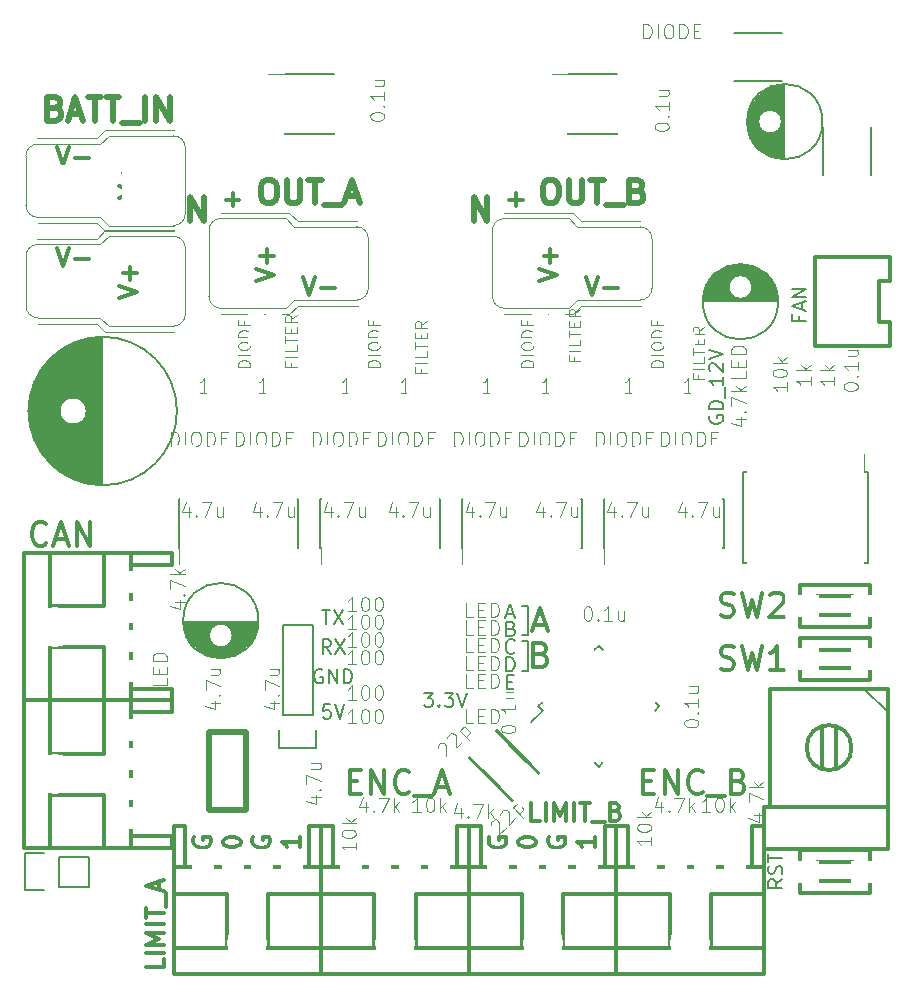
<source format=gbr>
G04 #@! TF.FileFunction,Legend,Top*
%FSLAX46Y46*%
G04 Gerber Fmt 4.6, Leading zero omitted, Abs format (unit mm)*
G04 Created by KiCad (PCBNEW 4.0.7) date 04/16/18 17:57:04*
%MOMM*%
%LPD*%
G01*
G04 APERTURE LIST*
%ADD10C,0.100000*%
%ADD11C,0.300000*%
%ADD12C,0.150000*%
%ADD13C,0.200000*%
%ADD14C,0.500000*%
%ADD15C,0.375000*%
%ADD16C,0.101600*%
%ADD17C,0.304800*%
%ADD18C,1.700000*%
%ADD19R,1.700000X1.700000*%
%ADD20O,1.900000X2.900000*%
%ADD21C,3.400000*%
%ADD22O,2.900000X1.900000*%
%ADD23C,2.100000*%
%ADD24R,2.100000X2.100000*%
%ADD25R,1.000000X1.900000*%
%ADD26R,2.000000X2.200000*%
%ADD27R,1.200000X1.400000*%
%ADD28R,1.400000X1.200000*%
%ADD29R,2.200000X2.000000*%
%ADD30R,3.000000X1.900000*%
%ADD31O,1.400000X1.924000*%
%ADD32C,1.924000*%
%ADD33R,3.400000X6.900000*%
%ADD34R,6.851600X3.400000*%
%ADD35R,2.100000X1.600000*%
%ADD36R,2.100000X3.700000*%
%ADD37R,1.950000X1.000000*%
%ADD38R,2.900000X6.900000*%
%ADD39R,2.400000X3.900000*%
%ADD40R,2.432000X2.127200*%
%ADD41O,2.432000X2.127200*%
%ADD42R,3.900000X2.400000*%
%ADD43R,2.800000X5.900000*%
%ADD44R,5.900000X2.800000*%
%ADD45R,2.432000X2.432000*%
%ADD46O,2.432000X2.432000*%
G04 APERTURE END LIST*
D10*
D11*
X43642857Y-54107143D02*
X43928571Y-54202381D01*
X44023810Y-54297619D01*
X44119048Y-54488095D01*
X44119048Y-54773810D01*
X44023810Y-54964286D01*
X43928571Y-55059524D01*
X43738095Y-55154762D01*
X42976190Y-55154762D01*
X42976190Y-53154762D01*
X43642857Y-53154762D01*
X43833333Y-53250000D01*
X43928571Y-53345238D01*
X44023810Y-53535714D01*
X44023810Y-53726190D01*
X43928571Y-53916667D01*
X43833333Y-54011905D01*
X43642857Y-54107143D01*
X42976190Y-54107143D01*
X43023809Y-51583333D02*
X43976190Y-51583333D01*
X42833333Y-52154762D02*
X43500000Y-50154762D01*
X44166667Y-52154762D01*
D12*
X42500000Y-55500000D02*
X42000000Y-55500000D01*
X42500000Y-53000000D02*
X42500000Y-55500000D01*
X42000000Y-53000000D02*
X42500000Y-53000000D01*
X42500000Y-52500000D02*
X42000000Y-52500000D01*
X42500000Y-50000000D02*
X42500000Y-52500000D01*
X42500000Y-50000000D02*
X42000000Y-50000000D01*
D11*
X18071428Y-15607143D02*
X16928571Y-15607143D01*
X17500000Y-16178571D02*
X17500000Y-15035714D01*
X42071428Y-15607143D02*
X40928571Y-15607143D01*
X41500000Y-16178571D02*
X41500000Y-15035714D01*
D12*
X71000000Y-57000000D02*
X73000000Y-59000000D01*
D13*
X64042857Y-73157142D02*
X63471429Y-73557142D01*
X64042857Y-73842857D02*
X62842857Y-73842857D01*
X62842857Y-73385714D01*
X62900000Y-73271428D01*
X62957143Y-73214285D01*
X63071429Y-73157142D01*
X63242857Y-73157142D01*
X63357143Y-73214285D01*
X63414286Y-73271428D01*
X63471429Y-73385714D01*
X63471429Y-73842857D01*
X63985714Y-72700000D02*
X64042857Y-72528571D01*
X64042857Y-72242857D01*
X63985714Y-72128571D01*
X63928571Y-72071428D01*
X63814286Y-72014285D01*
X63700000Y-72014285D01*
X63585714Y-72071428D01*
X63528571Y-72128571D01*
X63471429Y-72242857D01*
X63414286Y-72471428D01*
X63357143Y-72585714D01*
X63300000Y-72642857D01*
X63185714Y-72700000D01*
X63071429Y-72700000D01*
X62957143Y-72642857D01*
X62900000Y-72585714D01*
X62842857Y-72471428D01*
X62842857Y-72185714D01*
X62900000Y-72014285D01*
X62842857Y-71671428D02*
X62842857Y-70985714D01*
X64042857Y-71328571D02*
X62842857Y-71328571D01*
D14*
X37928571Y-17404762D02*
X37928571Y-15404762D01*
X39071429Y-17404762D01*
X39071429Y-15404762D01*
X13928571Y-17404762D02*
X13928571Y-15404762D01*
X15071429Y-17404762D01*
X15071429Y-15404762D01*
X2476190Y-7857143D02*
X2761904Y-7952381D01*
X2857143Y-8047619D01*
X2952381Y-8238095D01*
X2952381Y-8523810D01*
X2857143Y-8714286D01*
X2761904Y-8809524D01*
X2571428Y-8904762D01*
X1809523Y-8904762D01*
X1809523Y-6904762D01*
X2476190Y-6904762D01*
X2666666Y-7000000D01*
X2761904Y-7095238D01*
X2857143Y-7285714D01*
X2857143Y-7476190D01*
X2761904Y-7666667D01*
X2666666Y-7761905D01*
X2476190Y-7857143D01*
X1809523Y-7857143D01*
X3714285Y-8333333D02*
X4666666Y-8333333D01*
X3523809Y-8904762D02*
X4190476Y-6904762D01*
X4857143Y-8904762D01*
X5238095Y-6904762D02*
X6380952Y-6904762D01*
X5809524Y-8904762D02*
X5809524Y-6904762D01*
X6761905Y-6904762D02*
X7904762Y-6904762D01*
X7333334Y-8904762D02*
X7333334Y-6904762D01*
X8095239Y-9095238D02*
X9619049Y-9095238D01*
X10095239Y-8904762D02*
X10095239Y-6904762D01*
X11047620Y-8904762D02*
X11047620Y-6904762D01*
X12190478Y-8904762D01*
X12190478Y-6904762D01*
X44238095Y-13904762D02*
X44619047Y-13904762D01*
X44809523Y-14000000D01*
X45000000Y-14190476D01*
X45095238Y-14571429D01*
X45095238Y-15238095D01*
X45000000Y-15619048D01*
X44809523Y-15809524D01*
X44619047Y-15904762D01*
X44238095Y-15904762D01*
X44047619Y-15809524D01*
X43857142Y-15619048D01*
X43761904Y-15238095D01*
X43761904Y-14571429D01*
X43857142Y-14190476D01*
X44047619Y-14000000D01*
X44238095Y-13904762D01*
X45952380Y-13904762D02*
X45952380Y-15523810D01*
X46047619Y-15714286D01*
X46142857Y-15809524D01*
X46333333Y-15904762D01*
X46714285Y-15904762D01*
X46904761Y-15809524D01*
X47000000Y-15714286D01*
X47095238Y-15523810D01*
X47095238Y-13904762D01*
X47761904Y-13904762D02*
X48904761Y-13904762D01*
X48333333Y-15904762D02*
X48333333Y-13904762D01*
X49095238Y-16095238D02*
X50619048Y-16095238D01*
X51761905Y-14857143D02*
X52047619Y-14952381D01*
X52142858Y-15047619D01*
X52238096Y-15238095D01*
X52238096Y-15523810D01*
X52142858Y-15714286D01*
X52047619Y-15809524D01*
X51857143Y-15904762D01*
X51095238Y-15904762D01*
X51095238Y-13904762D01*
X51761905Y-13904762D01*
X51952381Y-14000000D01*
X52047619Y-14095238D01*
X52142858Y-14285714D01*
X52142858Y-14476190D01*
X52047619Y-14666667D01*
X51952381Y-14761905D01*
X51761905Y-14857143D01*
X51095238Y-14857143D01*
X20380952Y-13904762D02*
X20761904Y-13904762D01*
X20952380Y-14000000D01*
X21142857Y-14190476D01*
X21238095Y-14571429D01*
X21238095Y-15238095D01*
X21142857Y-15619048D01*
X20952380Y-15809524D01*
X20761904Y-15904762D01*
X20380952Y-15904762D01*
X20190476Y-15809524D01*
X19999999Y-15619048D01*
X19904761Y-15238095D01*
X19904761Y-14571429D01*
X19999999Y-14190476D01*
X20190476Y-14000000D01*
X20380952Y-13904762D01*
X22095237Y-13904762D02*
X22095237Y-15523810D01*
X22190476Y-15714286D01*
X22285714Y-15809524D01*
X22476190Y-15904762D01*
X22857142Y-15904762D01*
X23047618Y-15809524D01*
X23142857Y-15714286D01*
X23238095Y-15523810D01*
X23238095Y-13904762D01*
X23904761Y-13904762D02*
X25047618Y-13904762D01*
X24476190Y-15904762D02*
X24476190Y-13904762D01*
X25238095Y-16095238D02*
X26761905Y-16095238D01*
X27142857Y-15333333D02*
X28095238Y-15333333D01*
X26952381Y-15904762D02*
X27619048Y-13904762D01*
X28285715Y-15904762D01*
D13*
X57900000Y-33899999D02*
X57842857Y-34014285D01*
X57842857Y-34185714D01*
X57900000Y-34357142D01*
X58014286Y-34471428D01*
X58128571Y-34528571D01*
X58357143Y-34585714D01*
X58528571Y-34585714D01*
X58757143Y-34528571D01*
X58871429Y-34471428D01*
X58985714Y-34357142D01*
X59042857Y-34185714D01*
X59042857Y-34071428D01*
X58985714Y-33899999D01*
X58928571Y-33842856D01*
X58528571Y-33842856D01*
X58528571Y-34071428D01*
X59042857Y-33328571D02*
X57842857Y-33328571D01*
X57842857Y-33042856D01*
X57900000Y-32871428D01*
X58014286Y-32757142D01*
X58128571Y-32699999D01*
X58357143Y-32642856D01*
X58528571Y-32642856D01*
X58757143Y-32699999D01*
X58871429Y-32757142D01*
X58985714Y-32871428D01*
X59042857Y-33042856D01*
X59042857Y-33328571D01*
X59157143Y-32414285D02*
X59157143Y-31499999D01*
X59042857Y-30585713D02*
X59042857Y-31271428D01*
X59042857Y-30928570D02*
X57842857Y-30928570D01*
X58014286Y-31042856D01*
X58128571Y-31157142D01*
X58185714Y-31271428D01*
X57957143Y-30128571D02*
X57900000Y-30071428D01*
X57842857Y-29957142D01*
X57842857Y-29671428D01*
X57900000Y-29557142D01*
X57957143Y-29499999D01*
X58071429Y-29442856D01*
X58185714Y-29442856D01*
X58357143Y-29499999D01*
X59042857Y-30185713D01*
X59042857Y-29442856D01*
X57842857Y-29099999D02*
X59042857Y-28699999D01*
X57842857Y-28299999D01*
X65414286Y-25471428D02*
X65414286Y-25871428D01*
X66042857Y-25871428D02*
X64842857Y-25871428D01*
X64842857Y-25299999D01*
X65700000Y-24900000D02*
X65700000Y-24328571D01*
X66042857Y-25014285D02*
X64842857Y-24614285D01*
X66042857Y-24214285D01*
X66042857Y-23814286D02*
X64842857Y-23814286D01*
X66042857Y-23128571D01*
X64842857Y-23128571D01*
X25771429Y-58342857D02*
X25200000Y-58342857D01*
X25142857Y-58914286D01*
X25200000Y-58857143D01*
X25314286Y-58800000D01*
X25600000Y-58800000D01*
X25714286Y-58857143D01*
X25771429Y-58914286D01*
X25828572Y-59028571D01*
X25828572Y-59314286D01*
X25771429Y-59428571D01*
X25714286Y-59485714D01*
X25600000Y-59542857D01*
X25314286Y-59542857D01*
X25200000Y-59485714D01*
X25142857Y-59428571D01*
X26171429Y-58342857D02*
X26571429Y-59542857D01*
X26971429Y-58342857D01*
X25085715Y-55400000D02*
X24971429Y-55342857D01*
X24800000Y-55342857D01*
X24628572Y-55400000D01*
X24514286Y-55514286D01*
X24457143Y-55628571D01*
X24400000Y-55857143D01*
X24400000Y-56028571D01*
X24457143Y-56257143D01*
X24514286Y-56371429D01*
X24628572Y-56485714D01*
X24800000Y-56542857D01*
X24914286Y-56542857D01*
X25085715Y-56485714D01*
X25142858Y-56428571D01*
X25142858Y-56028571D01*
X24914286Y-56028571D01*
X25657143Y-56542857D02*
X25657143Y-55342857D01*
X26342858Y-56542857D01*
X26342858Y-55342857D01*
X26914286Y-56542857D02*
X26914286Y-55342857D01*
X27200001Y-55342857D01*
X27371429Y-55400000D01*
X27485715Y-55514286D01*
X27542858Y-55628571D01*
X27600001Y-55857143D01*
X27600001Y-56028571D01*
X27542858Y-56257143D01*
X27485715Y-56371429D01*
X27371429Y-56485714D01*
X27200001Y-56542857D01*
X26914286Y-56542857D01*
X25800001Y-54042857D02*
X25400001Y-53471429D01*
X25114286Y-54042857D02*
X25114286Y-52842857D01*
X25571429Y-52842857D01*
X25685715Y-52900000D01*
X25742858Y-52957143D01*
X25800001Y-53071429D01*
X25800001Y-53242857D01*
X25742858Y-53357143D01*
X25685715Y-53414286D01*
X25571429Y-53471429D01*
X25114286Y-53471429D01*
X26200001Y-52842857D02*
X27000001Y-54042857D01*
X27000001Y-52842857D02*
X26200001Y-54042857D01*
X25085715Y-50342857D02*
X25771429Y-50342857D01*
X25428572Y-51542857D02*
X25428572Y-50342857D01*
X26057144Y-50342857D02*
X26857144Y-51542857D01*
X26857144Y-50342857D02*
X26057144Y-51542857D01*
X33728572Y-57342857D02*
X34471429Y-57342857D01*
X34071429Y-57800000D01*
X34242857Y-57800000D01*
X34357143Y-57857143D01*
X34414286Y-57914286D01*
X34471429Y-58028571D01*
X34471429Y-58314286D01*
X34414286Y-58428571D01*
X34357143Y-58485714D01*
X34242857Y-58542857D01*
X33900000Y-58542857D01*
X33785714Y-58485714D01*
X33728572Y-58428571D01*
X34985714Y-58428571D02*
X35042857Y-58485714D01*
X34985714Y-58542857D01*
X34928571Y-58485714D01*
X34985714Y-58428571D01*
X34985714Y-58542857D01*
X35442858Y-57342857D02*
X36185715Y-57342857D01*
X35785715Y-57800000D01*
X35957143Y-57800000D01*
X36071429Y-57857143D01*
X36128572Y-57914286D01*
X36185715Y-58028571D01*
X36185715Y-58314286D01*
X36128572Y-58428571D01*
X36071429Y-58485714D01*
X35957143Y-58542857D01*
X35614286Y-58542857D01*
X35500000Y-58485714D01*
X35442858Y-58428571D01*
X36528572Y-57342857D02*
X36928572Y-58542857D01*
X37328572Y-57342857D01*
X40742857Y-56414286D02*
X41142857Y-56414286D01*
X41314286Y-57042857D02*
X40742857Y-57042857D01*
X40742857Y-55842857D01*
X41314286Y-55842857D01*
X40685714Y-55542857D02*
X40685714Y-54342857D01*
X40971429Y-54342857D01*
X41142857Y-54400000D01*
X41257143Y-54514286D01*
X41314286Y-54628571D01*
X41371429Y-54857143D01*
X41371429Y-55028571D01*
X41314286Y-55257143D01*
X41257143Y-55371429D01*
X41142857Y-55485714D01*
X40971429Y-55542857D01*
X40685714Y-55542857D01*
X41371429Y-53928571D02*
X41314286Y-53985714D01*
X41142857Y-54042857D01*
X41028571Y-54042857D01*
X40857143Y-53985714D01*
X40742857Y-53871429D01*
X40685714Y-53757143D01*
X40628571Y-53528571D01*
X40628571Y-53357143D01*
X40685714Y-53128571D01*
X40742857Y-53014286D01*
X40857143Y-52900000D01*
X41028571Y-52842857D01*
X41142857Y-52842857D01*
X41314286Y-52900000D01*
X41371429Y-52957143D01*
X41085714Y-51914286D02*
X41257143Y-51971429D01*
X41314286Y-52028571D01*
X41371429Y-52142857D01*
X41371429Y-52314286D01*
X41314286Y-52428571D01*
X41257143Y-52485714D01*
X41142857Y-52542857D01*
X40685714Y-52542857D01*
X40685714Y-51342857D01*
X41085714Y-51342857D01*
X41200000Y-51400000D01*
X41257143Y-51457143D01*
X41314286Y-51571429D01*
X41314286Y-51685714D01*
X41257143Y-51800000D01*
X41200000Y-51857143D01*
X41085714Y-51914286D01*
X40685714Y-51914286D01*
X40714286Y-50700000D02*
X41285715Y-50700000D01*
X40600001Y-51042857D02*
X41000001Y-49842857D01*
X41400001Y-51042857D01*
D15*
X58833333Y-50809524D02*
X59119048Y-50904762D01*
X59595238Y-50904762D01*
X59785714Y-50809524D01*
X59880952Y-50714286D01*
X59976191Y-50523810D01*
X59976191Y-50333333D01*
X59880952Y-50142857D01*
X59785714Y-50047619D01*
X59595238Y-49952381D01*
X59214286Y-49857143D01*
X59023810Y-49761905D01*
X58928571Y-49666667D01*
X58833333Y-49476190D01*
X58833333Y-49285714D01*
X58928571Y-49095238D01*
X59023810Y-49000000D01*
X59214286Y-48904762D01*
X59690476Y-48904762D01*
X59976191Y-49000000D01*
X60642857Y-48904762D02*
X61119048Y-50904762D01*
X61500000Y-49476190D01*
X61880953Y-50904762D01*
X62357143Y-48904762D01*
X63023809Y-49095238D02*
X63119047Y-49000000D01*
X63309524Y-48904762D01*
X63785714Y-48904762D01*
X63976190Y-49000000D01*
X64071428Y-49095238D01*
X64166667Y-49285714D01*
X64166667Y-49476190D01*
X64071428Y-49761905D01*
X62928571Y-50904762D01*
X64166667Y-50904762D01*
X58833333Y-55309524D02*
X59119048Y-55404762D01*
X59595238Y-55404762D01*
X59785714Y-55309524D01*
X59880952Y-55214286D01*
X59976191Y-55023810D01*
X59976191Y-54833333D01*
X59880952Y-54642857D01*
X59785714Y-54547619D01*
X59595238Y-54452381D01*
X59214286Y-54357143D01*
X59023810Y-54261905D01*
X58928571Y-54166667D01*
X58833333Y-53976190D01*
X58833333Y-53785714D01*
X58928571Y-53595238D01*
X59023810Y-53500000D01*
X59214286Y-53404762D01*
X59690476Y-53404762D01*
X59976191Y-53500000D01*
X60642857Y-53404762D02*
X61119048Y-55404762D01*
X61500000Y-53976190D01*
X61880953Y-55404762D01*
X62357143Y-53404762D01*
X64166667Y-55404762D02*
X63023809Y-55404762D01*
X63595238Y-55404762D02*
X63595238Y-53404762D01*
X63404762Y-53690476D01*
X63214286Y-53880952D01*
X63023809Y-53976190D01*
X1714286Y-44714286D02*
X1619048Y-44809524D01*
X1333333Y-44904762D01*
X1142857Y-44904762D01*
X857143Y-44809524D01*
X666667Y-44619048D01*
X571428Y-44428571D01*
X476190Y-44047619D01*
X476190Y-43761905D01*
X571428Y-43380952D01*
X666667Y-43190476D01*
X857143Y-43000000D01*
X1142857Y-42904762D01*
X1333333Y-42904762D01*
X1619048Y-43000000D01*
X1714286Y-43095238D01*
X2476190Y-44333333D02*
X3428571Y-44333333D01*
X2285714Y-44904762D02*
X2952381Y-42904762D01*
X3619048Y-44904762D01*
X4285714Y-44904762D02*
X4285714Y-42904762D01*
X5428572Y-44904762D01*
X5428572Y-42904762D01*
X14250000Y-69607143D02*
X14178571Y-69750000D01*
X14178571Y-69964286D01*
X14250000Y-70178571D01*
X14392857Y-70321429D01*
X14535714Y-70392857D01*
X14821429Y-70464286D01*
X15035714Y-70464286D01*
X15321429Y-70392857D01*
X15464286Y-70321429D01*
X15607143Y-70178571D01*
X15678571Y-69964286D01*
X15678571Y-69821429D01*
X15607143Y-69607143D01*
X15535714Y-69535714D01*
X15035714Y-69535714D01*
X15035714Y-69821429D01*
X19250000Y-69607143D02*
X19178571Y-69750000D01*
X19178571Y-69964286D01*
X19250000Y-70178571D01*
X19392857Y-70321429D01*
X19535714Y-70392857D01*
X19821429Y-70464286D01*
X20035714Y-70464286D01*
X20321429Y-70392857D01*
X20464286Y-70321429D01*
X20607143Y-70178571D01*
X20678571Y-69964286D01*
X20678571Y-69821429D01*
X20607143Y-69607143D01*
X20535714Y-69535714D01*
X20035714Y-69535714D01*
X20035714Y-69821429D01*
X39250000Y-69607143D02*
X39178571Y-69750000D01*
X39178571Y-69964286D01*
X39250000Y-70178571D01*
X39392857Y-70321429D01*
X39535714Y-70392857D01*
X39821429Y-70464286D01*
X40035714Y-70464286D01*
X40321429Y-70392857D01*
X40464286Y-70321429D01*
X40607143Y-70178571D01*
X40678571Y-69964286D01*
X40678571Y-69821429D01*
X40607143Y-69607143D01*
X40535714Y-69535714D01*
X40035714Y-69535714D01*
X40035714Y-69821429D01*
X44250000Y-69607143D02*
X44178571Y-69750000D01*
X44178571Y-69964286D01*
X44250000Y-70178571D01*
X44392857Y-70321429D01*
X44535714Y-70392857D01*
X44821429Y-70464286D01*
X45035714Y-70464286D01*
X45321429Y-70392857D01*
X45464286Y-70321429D01*
X45607143Y-70178571D01*
X45678571Y-69964286D01*
X45678571Y-69821429D01*
X45607143Y-69607143D01*
X45535714Y-69535714D01*
X45035714Y-69535714D01*
X45035714Y-69821429D01*
X48178571Y-69571428D02*
X48178571Y-70428571D01*
X48178571Y-69999999D02*
X46678571Y-69999999D01*
X46892857Y-70142856D01*
X47035714Y-70285714D01*
X47107143Y-70428571D01*
X41678571Y-70071428D02*
X41678571Y-69928571D01*
X41750000Y-69785714D01*
X41821429Y-69714285D01*
X41964286Y-69642856D01*
X42250000Y-69571428D01*
X42607143Y-69571428D01*
X42892857Y-69642856D01*
X43035714Y-69714285D01*
X43107143Y-69785714D01*
X43178571Y-69928571D01*
X43178571Y-70071428D01*
X43107143Y-70214285D01*
X43035714Y-70285714D01*
X42892857Y-70357142D01*
X42607143Y-70428571D01*
X42250000Y-70428571D01*
X41964286Y-70357142D01*
X41821429Y-70285714D01*
X41750000Y-70214285D01*
X41678571Y-70071428D01*
X16678571Y-70071428D02*
X16678571Y-69928571D01*
X16750000Y-69785714D01*
X16821429Y-69714285D01*
X16964286Y-69642856D01*
X17250000Y-69571428D01*
X17607143Y-69571428D01*
X17892857Y-69642856D01*
X18035714Y-69714285D01*
X18107143Y-69785714D01*
X18178571Y-69928571D01*
X18178571Y-70071428D01*
X18107143Y-70214285D01*
X18035714Y-70285714D01*
X17892857Y-70357142D01*
X17607143Y-70428571D01*
X17250000Y-70428571D01*
X16964286Y-70357142D01*
X16821429Y-70285714D01*
X16750000Y-70214285D01*
X16678571Y-70071428D01*
X23178571Y-69571428D02*
X23178571Y-70428571D01*
X23178571Y-69999999D02*
X21678571Y-69999999D01*
X21892857Y-70142856D01*
X22035714Y-70285714D01*
X22107143Y-70428571D01*
X43500000Y-68178571D02*
X42785714Y-68178571D01*
X42785714Y-66678571D01*
X44000000Y-68178571D02*
X44000000Y-66678571D01*
X44714286Y-68178571D02*
X44714286Y-66678571D01*
X45214286Y-67750000D01*
X45714286Y-66678571D01*
X45714286Y-68178571D01*
X46428572Y-68178571D02*
X46428572Y-66678571D01*
X46928572Y-66678571D02*
X47785715Y-66678571D01*
X47357144Y-68178571D02*
X47357144Y-66678571D01*
X47928572Y-68321429D02*
X49071429Y-68321429D01*
X49928572Y-67392857D02*
X50142858Y-67464286D01*
X50214286Y-67535714D01*
X50285715Y-67678571D01*
X50285715Y-67892857D01*
X50214286Y-68035714D01*
X50142858Y-68107143D01*
X50000000Y-68178571D01*
X49428572Y-68178571D01*
X49428572Y-66678571D01*
X49928572Y-66678571D01*
X50071429Y-66750000D01*
X50142858Y-66821429D01*
X50214286Y-66964286D01*
X50214286Y-67107143D01*
X50142858Y-67250000D01*
X50071429Y-67321429D01*
X49928572Y-67392857D01*
X49428572Y-67392857D01*
X11678571Y-79892857D02*
X11678571Y-80607143D01*
X10178571Y-80607143D01*
X11678571Y-79392857D02*
X10178571Y-79392857D01*
X11678571Y-78678571D02*
X10178571Y-78678571D01*
X11250000Y-78178571D01*
X10178571Y-77678571D01*
X11678571Y-77678571D01*
X11678571Y-76964285D02*
X10178571Y-76964285D01*
X10178571Y-76464285D02*
X10178571Y-75607142D01*
X11678571Y-76035713D02*
X10178571Y-76035713D01*
X11821429Y-75464285D02*
X11821429Y-74321428D01*
X11250000Y-74035714D02*
X11250000Y-73321428D01*
X11678571Y-74178571D02*
X10178571Y-73678571D01*
X11678571Y-73178571D01*
X52261904Y-64857143D02*
X52928571Y-64857143D01*
X53214285Y-65904762D02*
X52261904Y-65904762D01*
X52261904Y-63904762D01*
X53214285Y-63904762D01*
X54071428Y-65904762D02*
X54071428Y-63904762D01*
X55214286Y-65904762D01*
X55214286Y-63904762D01*
X57309524Y-65714286D02*
X57214286Y-65809524D01*
X56928571Y-65904762D01*
X56738095Y-65904762D01*
X56452381Y-65809524D01*
X56261905Y-65619048D01*
X56166666Y-65428571D01*
X56071428Y-65047619D01*
X56071428Y-64761905D01*
X56166666Y-64380952D01*
X56261905Y-64190476D01*
X56452381Y-64000000D01*
X56738095Y-63904762D01*
X56928571Y-63904762D01*
X57214286Y-64000000D01*
X57309524Y-64095238D01*
X57690476Y-66095238D02*
X59214286Y-66095238D01*
X60357143Y-64857143D02*
X60642857Y-64952381D01*
X60738096Y-65047619D01*
X60833334Y-65238095D01*
X60833334Y-65523810D01*
X60738096Y-65714286D01*
X60642857Y-65809524D01*
X60452381Y-65904762D01*
X59690476Y-65904762D01*
X59690476Y-63904762D01*
X60357143Y-63904762D01*
X60547619Y-64000000D01*
X60642857Y-64095238D01*
X60738096Y-64285714D01*
X60738096Y-64476190D01*
X60642857Y-64666667D01*
X60547619Y-64761905D01*
X60357143Y-64857143D01*
X59690476Y-64857143D01*
X27404761Y-64857143D02*
X28071428Y-64857143D01*
X28357142Y-65904762D02*
X27404761Y-65904762D01*
X27404761Y-63904762D01*
X28357142Y-63904762D01*
X29214285Y-65904762D02*
X29214285Y-63904762D01*
X30357143Y-65904762D01*
X30357143Y-63904762D01*
X32452381Y-65714286D02*
X32357143Y-65809524D01*
X32071428Y-65904762D01*
X31880952Y-65904762D01*
X31595238Y-65809524D01*
X31404762Y-65619048D01*
X31309523Y-65428571D01*
X31214285Y-65047619D01*
X31214285Y-64761905D01*
X31309523Y-64380952D01*
X31404762Y-64190476D01*
X31595238Y-64000000D01*
X31880952Y-63904762D01*
X32071428Y-63904762D01*
X32357143Y-64000000D01*
X32452381Y-64095238D01*
X32833333Y-66095238D02*
X34357143Y-66095238D01*
X34738095Y-65333333D02*
X35690476Y-65333333D01*
X34547619Y-65904762D02*
X35214286Y-63904762D01*
X35880953Y-65904762D01*
D12*
X64175000Y-12149000D02*
X64175000Y-5851000D01*
X64035000Y-12143000D02*
X64035000Y-5857000D01*
X63895000Y-12130000D02*
X63895000Y-9446000D01*
X63895000Y-8554000D02*
X63895000Y-5870000D01*
X63755000Y-12111000D02*
X63755000Y-9656000D01*
X63755000Y-8344000D02*
X63755000Y-5889000D01*
X63615000Y-12085000D02*
X63615000Y-9789000D01*
X63615000Y-8211000D02*
X63615000Y-5915000D01*
X63475000Y-12053000D02*
X63475000Y-9880000D01*
X63475000Y-8120000D02*
X63475000Y-5947000D01*
X63335000Y-12014000D02*
X63335000Y-9942000D01*
X63335000Y-8058000D02*
X63335000Y-5986000D01*
X63195000Y-11968000D02*
X63195000Y-9981000D01*
X63195000Y-8019000D02*
X63195000Y-6032000D01*
X63055000Y-11915000D02*
X63055000Y-9998000D01*
X63055000Y-8002000D02*
X63055000Y-6085000D01*
X62915000Y-11853000D02*
X62915000Y-9996000D01*
X62915000Y-8004000D02*
X62915000Y-6147000D01*
X62775000Y-11783000D02*
X62775000Y-9974000D01*
X62775000Y-8026000D02*
X62775000Y-6217000D01*
X62635000Y-11704000D02*
X62635000Y-9931000D01*
X62635000Y-8069000D02*
X62635000Y-6296000D01*
X62495000Y-11616000D02*
X62495000Y-9863000D01*
X62495000Y-8137000D02*
X62495000Y-6384000D01*
X62355000Y-11516000D02*
X62355000Y-9764000D01*
X62355000Y-8236000D02*
X62355000Y-6484000D01*
X62215000Y-11404000D02*
X62215000Y-9619000D01*
X62215000Y-8381000D02*
X62215000Y-6596000D01*
X62075000Y-11279000D02*
X62075000Y-9380000D01*
X62075000Y-8620000D02*
X62075000Y-6721000D01*
X61935000Y-11136000D02*
X61935000Y-6864000D01*
X61795000Y-10974000D02*
X61795000Y-7026000D01*
X61655000Y-10786000D02*
X61655000Y-7214000D01*
X61515000Y-10563000D02*
X61515000Y-7437000D01*
X61375000Y-10287000D02*
X61375000Y-7713000D01*
X61235000Y-9912000D02*
X61235000Y-8088000D01*
X64000000Y-9000000D02*
G75*
G03X64000000Y-9000000I-1000000J0D01*
G01*
X67437500Y-9000000D02*
G75*
G03X67437500Y-9000000I-3187500J0D01*
G01*
D11*
X62500000Y-81200000D02*
X50000000Y-81200000D01*
X62500000Y-68600000D02*
X62500000Y-81200000D01*
X61500000Y-72100000D02*
X61500000Y-68600000D01*
X61500000Y-68600000D02*
X62500000Y-68600000D01*
X50000000Y-72100000D02*
X62500000Y-72100000D01*
X58000000Y-74400000D02*
X58000000Y-79000000D01*
X58000000Y-74400000D02*
X62500000Y-74400000D01*
X54500000Y-79000000D02*
X54500000Y-74400000D01*
X54500000Y-74400000D02*
X50000000Y-74400000D01*
X50000000Y-79000000D02*
X62500000Y-79000000D01*
X50000000Y-68600000D02*
X50000000Y-81200000D01*
X50000000Y-68600000D02*
X51000000Y-68600000D01*
X51000000Y-68600000D02*
X51000000Y-72100000D01*
X25000000Y-81200000D02*
X12500000Y-81200000D01*
X25000000Y-68600000D02*
X25000000Y-81200000D01*
X24000000Y-72100000D02*
X24000000Y-68600000D01*
X24000000Y-68600000D02*
X25000000Y-68600000D01*
X12500000Y-72100000D02*
X25000000Y-72100000D01*
X20500000Y-74400000D02*
X20500000Y-79000000D01*
X20500000Y-74400000D02*
X25000000Y-74400000D01*
X17000000Y-79000000D02*
X17000000Y-74400000D01*
X17000000Y-74400000D02*
X12500000Y-74400000D01*
X12500000Y-79000000D02*
X25000000Y-79000000D01*
X12500000Y-68600000D02*
X12500000Y-81200000D01*
X12500000Y-68600000D02*
X13500000Y-68600000D01*
X13500000Y-68600000D02*
X13500000Y-72100000D01*
X-200000Y-70500000D02*
X-200000Y-58000000D01*
X12400000Y-70500000D02*
X-200000Y-70500000D01*
X8900000Y-69500000D02*
X12400000Y-69500000D01*
X12400000Y-69500000D02*
X12400000Y-70500000D01*
X8900000Y-58000000D02*
X8900000Y-70500000D01*
X6600000Y-66000000D02*
X2000000Y-66000000D01*
X6600000Y-66000000D02*
X6600000Y-70500000D01*
X2000000Y-62500000D02*
X6600000Y-62500000D01*
X6600000Y-62500000D02*
X6600000Y-58000000D01*
X2000000Y-58000000D02*
X2000000Y-70500000D01*
X12400000Y-58000000D02*
X-200000Y-58000000D01*
X12400000Y-58000000D02*
X12400000Y-59000000D01*
X12400000Y-59000000D02*
X8900000Y-59000000D01*
D12*
X6425000Y-39750000D02*
X6425000Y-27250000D01*
X6285000Y-39746000D02*
X6285000Y-27254000D01*
X6145000Y-39740000D02*
X6145000Y-27260000D01*
X6005000Y-39730000D02*
X6005000Y-27270000D01*
X5865000Y-39718000D02*
X5865000Y-27282000D01*
X5725000Y-39702000D02*
X5725000Y-27298000D01*
X5585000Y-39683000D02*
X5585000Y-27317000D01*
X5445000Y-39660000D02*
X5445000Y-27340000D01*
X5305000Y-39635000D02*
X5305000Y-27365000D01*
X5165000Y-39606000D02*
X5165000Y-27394000D01*
X5025000Y-39573000D02*
X5025000Y-34021000D01*
X5025000Y-32979000D02*
X5025000Y-27427000D01*
X4885000Y-39538000D02*
X4885000Y-34234000D01*
X4885000Y-32766000D02*
X4885000Y-27462000D01*
X4745000Y-39499000D02*
X4745000Y-34376000D01*
X4745000Y-32624000D02*
X4745000Y-27501000D01*
X4605000Y-39456000D02*
X4605000Y-34478000D01*
X4605000Y-32522000D02*
X4605000Y-27544000D01*
X4465000Y-39409000D02*
X4465000Y-34552000D01*
X4465000Y-32448000D02*
X4465000Y-27591000D01*
X4325000Y-39359000D02*
X4325000Y-34603000D01*
X4325000Y-32397000D02*
X4325000Y-27641000D01*
X4185000Y-39305000D02*
X4185000Y-34635000D01*
X4185000Y-32365000D02*
X4185000Y-27695000D01*
X4045000Y-39248000D02*
X4045000Y-34649000D01*
X4045000Y-32351000D02*
X4045000Y-27752000D01*
X3905000Y-39186000D02*
X3905000Y-34646000D01*
X3905000Y-32354000D02*
X3905000Y-27814000D01*
X3765000Y-39120000D02*
X3765000Y-34626000D01*
X3765000Y-32374000D02*
X3765000Y-27880000D01*
X3625000Y-39049000D02*
X3625000Y-34587000D01*
X3625000Y-32413000D02*
X3625000Y-27951000D01*
X3485000Y-38975000D02*
X3485000Y-34528000D01*
X3485000Y-32472000D02*
X3485000Y-28025000D01*
X3345000Y-38895000D02*
X3345000Y-34445000D01*
X3345000Y-32555000D02*
X3345000Y-28105000D01*
X3205000Y-38811000D02*
X3205000Y-34331000D01*
X3205000Y-32669000D02*
X3205000Y-28189000D01*
X3065000Y-38721000D02*
X3065000Y-34170000D01*
X3065000Y-32830000D02*
X3065000Y-28279000D01*
X2925000Y-38627000D02*
X2925000Y-33909000D01*
X2925000Y-33091000D02*
X2925000Y-28373000D01*
X2785000Y-38526000D02*
X2785000Y-28474000D01*
X2645000Y-38419000D02*
X2645000Y-28581000D01*
X2505000Y-38307000D02*
X2505000Y-28693000D01*
X2365000Y-38187000D02*
X2365000Y-28813000D01*
X2225000Y-38059000D02*
X2225000Y-28941000D01*
X2085000Y-37924000D02*
X2085000Y-29076000D01*
X1945000Y-37780000D02*
X1945000Y-29220000D01*
X1805000Y-37625000D02*
X1805000Y-29375000D01*
X1665000Y-37460000D02*
X1665000Y-29540000D01*
X1525000Y-37283000D02*
X1525000Y-29717000D01*
X1385000Y-37092000D02*
X1385000Y-29908000D01*
X1245000Y-36883000D02*
X1245000Y-30117000D01*
X1105000Y-36655000D02*
X1105000Y-30345000D01*
X965000Y-36403000D02*
X965000Y-30597000D01*
X825000Y-36119000D02*
X825000Y-30881000D01*
X685000Y-35791000D02*
X685000Y-31209000D01*
X545000Y-35397000D02*
X545000Y-31603000D01*
X405000Y-34883000D02*
X405000Y-32117000D01*
X265000Y-33933000D02*
X265000Y-33067000D01*
X5150000Y-33500000D02*
G75*
G03X5150000Y-33500000I-1150000J0D01*
G01*
X12787500Y-33500000D02*
G75*
G03X12787500Y-33500000I-6287500J0D01*
G01*
X24925000Y-45075000D02*
X25030000Y-45075000D01*
X24925000Y-40925000D02*
X25030000Y-40925000D01*
X35075000Y-40925000D02*
X34970000Y-40925000D01*
X35075000Y-45075000D02*
X34970000Y-45075000D01*
X24925000Y-45075000D02*
X24925000Y-40925000D01*
X35075000Y-45075000D02*
X35075000Y-40925000D01*
X25030000Y-45075000D02*
X25030000Y-46450000D01*
X43373476Y-58500000D02*
X43744707Y-58871231D01*
X48500000Y-53373476D02*
X48871231Y-53744707D01*
X53626524Y-58500000D02*
X53255293Y-58128769D01*
X48500000Y-63626524D02*
X48128769Y-63255293D01*
X43373476Y-58500000D02*
X43744707Y-58128769D01*
X48500000Y-63626524D02*
X48871231Y-63255293D01*
X53626524Y-58500000D02*
X53255293Y-58871231D01*
X48500000Y-53373476D02*
X48128769Y-53744707D01*
X43744707Y-58871231D02*
X42772435Y-59843503D01*
X19649000Y-51325000D02*
X13351000Y-51325000D01*
X19643000Y-51465000D02*
X13357000Y-51465000D01*
X19630000Y-51605000D02*
X16946000Y-51605000D01*
X16054000Y-51605000D02*
X13370000Y-51605000D01*
X19611000Y-51745000D02*
X17156000Y-51745000D01*
X15844000Y-51745000D02*
X13389000Y-51745000D01*
X19585000Y-51885000D02*
X17289000Y-51885000D01*
X15711000Y-51885000D02*
X13415000Y-51885000D01*
X19553000Y-52025000D02*
X17380000Y-52025000D01*
X15620000Y-52025000D02*
X13447000Y-52025000D01*
X19514000Y-52165000D02*
X17442000Y-52165000D01*
X15558000Y-52165000D02*
X13486000Y-52165000D01*
X19468000Y-52305000D02*
X17481000Y-52305000D01*
X15519000Y-52305000D02*
X13532000Y-52305000D01*
X19415000Y-52445000D02*
X17498000Y-52445000D01*
X15502000Y-52445000D02*
X13585000Y-52445000D01*
X19353000Y-52585000D02*
X17496000Y-52585000D01*
X15504000Y-52585000D02*
X13647000Y-52585000D01*
X19283000Y-52725000D02*
X17474000Y-52725000D01*
X15526000Y-52725000D02*
X13717000Y-52725000D01*
X19204000Y-52865000D02*
X17431000Y-52865000D01*
X15569000Y-52865000D02*
X13796000Y-52865000D01*
X19116000Y-53005000D02*
X17363000Y-53005000D01*
X15637000Y-53005000D02*
X13884000Y-53005000D01*
X19016000Y-53145000D02*
X17264000Y-53145000D01*
X15736000Y-53145000D02*
X13984000Y-53145000D01*
X18904000Y-53285000D02*
X17119000Y-53285000D01*
X15881000Y-53285000D02*
X14096000Y-53285000D01*
X18779000Y-53425000D02*
X16880000Y-53425000D01*
X16120000Y-53425000D02*
X14221000Y-53425000D01*
X18636000Y-53565000D02*
X14364000Y-53565000D01*
X18474000Y-53705000D02*
X14526000Y-53705000D01*
X18286000Y-53845000D02*
X14714000Y-53845000D01*
X18063000Y-53985000D02*
X14937000Y-53985000D01*
X17787000Y-54125000D02*
X15213000Y-54125000D01*
X17412000Y-54265000D02*
X15588000Y-54265000D01*
X17500000Y-52500000D02*
G75*
G03X17500000Y-52500000I-1000000J0D01*
G01*
X19687500Y-51250000D02*
G75*
G03X19687500Y-51250000I-3187500J0D01*
G01*
X12925000Y-45075000D02*
X13030000Y-45075000D01*
X12925000Y-40925000D02*
X13030000Y-40925000D01*
X23075000Y-40925000D02*
X22970000Y-40925000D01*
X23075000Y-45075000D02*
X22970000Y-45075000D01*
X12925000Y-45075000D02*
X12925000Y-40925000D01*
X23075000Y-45075000D02*
X23075000Y-40925000D01*
X13030000Y-45075000D02*
X13030000Y-46450000D01*
X48925000Y-45075000D02*
X49030000Y-45075000D01*
X48925000Y-40925000D02*
X49030000Y-40925000D01*
X59075000Y-40925000D02*
X58970000Y-40925000D01*
X59075000Y-45075000D02*
X58970000Y-45075000D01*
X48925000Y-45075000D02*
X48925000Y-40925000D01*
X59075000Y-45075000D02*
X59075000Y-40925000D01*
X49030000Y-45075000D02*
X49030000Y-46450000D01*
X36925000Y-45075000D02*
X37030000Y-45075000D01*
X36925000Y-40925000D02*
X37030000Y-40925000D01*
X47075000Y-40925000D02*
X46970000Y-40925000D01*
X47075000Y-45075000D02*
X46970000Y-45075000D01*
X36925000Y-45075000D02*
X36925000Y-40925000D01*
X47075000Y-45075000D02*
X47075000Y-40925000D01*
X37030000Y-45075000D02*
X37030000Y-46450000D01*
D11*
X70000000Y-71700000D02*
X67000000Y-71700000D01*
X67000000Y-71700000D02*
X67000000Y-73300000D01*
X67000000Y-73300000D02*
X70000000Y-73300000D01*
X70000000Y-73300000D02*
X70000000Y-71700000D01*
X71500000Y-70700000D02*
X65500000Y-70700000D01*
X65500000Y-70700000D02*
X65500000Y-74300000D01*
X65500000Y-74300000D02*
X71500000Y-74300000D01*
X71500000Y-74300000D02*
X71500000Y-70700000D01*
X70000000Y-53700000D02*
X67000000Y-53700000D01*
X67000000Y-53700000D02*
X67000000Y-55300000D01*
X67000000Y-55300000D02*
X70000000Y-55300000D01*
X70000000Y-55300000D02*
X70000000Y-53700000D01*
X71500000Y-52700000D02*
X65500000Y-52700000D01*
X65500000Y-52700000D02*
X65500000Y-56300000D01*
X65500000Y-56300000D02*
X71500000Y-56300000D01*
X71500000Y-56300000D02*
X71500000Y-52700000D01*
X70000000Y-49200000D02*
X67000000Y-49200000D01*
X67000000Y-49200000D02*
X67000000Y-50800000D01*
X67000000Y-50800000D02*
X70000000Y-50800000D01*
X70000000Y-50800000D02*
X70000000Y-49200000D01*
X71500000Y-48200000D02*
X65500000Y-48200000D01*
X65500000Y-48200000D02*
X65500000Y-51800000D01*
X65500000Y-51800000D02*
X71500000Y-51800000D01*
X71500000Y-51800000D02*
X71500000Y-48200000D01*
X73000000Y-70550000D02*
X62500000Y-70550000D01*
X62500000Y-70550000D02*
X62500000Y-67050000D01*
X62500000Y-67050000D02*
X73000000Y-67050000D01*
X73000000Y-67050000D02*
X73000000Y-70550000D01*
X69900000Y-62000000D02*
G75*
G03X69900000Y-62000000I-1900000J0D01*
G01*
X68600000Y-63800000D02*
X68600000Y-60300000D01*
X67400000Y-63800000D02*
X67400000Y-60200000D01*
X63000000Y-67000000D02*
X63000000Y-57000000D01*
X63000000Y-57000000D02*
X73000000Y-57000000D01*
X73000000Y-57000000D02*
X73000000Y-67000000D01*
X73000000Y-67000000D02*
X63000000Y-67000000D01*
X37600862Y-62863604D02*
X41136396Y-66399138D01*
X39863604Y-60600862D02*
X43399138Y-64136396D01*
X-200000Y-58000000D02*
X-200000Y-45500000D01*
X12400000Y-58000000D02*
X-200000Y-58000000D01*
X8900000Y-57000000D02*
X12400000Y-57000000D01*
X12400000Y-57000000D02*
X12400000Y-58000000D01*
X8900000Y-45500000D02*
X8900000Y-58000000D01*
X6600000Y-53500000D02*
X2000000Y-53500000D01*
X6600000Y-53500000D02*
X6600000Y-58000000D01*
X2000000Y-50000000D02*
X6600000Y-50000000D01*
X6600000Y-50000000D02*
X6600000Y-45500000D01*
X2000000Y-45500000D02*
X2000000Y-58000000D01*
X12400000Y-45500000D02*
X-200000Y-45500000D01*
X12400000Y-45500000D02*
X12400000Y-46500000D01*
X12400000Y-46500000D02*
X8900000Y-46500000D01*
D10*
X12500000Y-18300000D02*
X6700000Y-18300000D01*
X1000000Y-17600000D02*
X6000000Y-17600000D01*
X900000Y-10400000D02*
X6000000Y-10400000D01*
X12500000Y-9700000D02*
X6700000Y-9700000D01*
X12500000Y-10200000D02*
X7000000Y-10200000D01*
X13500000Y-16800000D02*
X13500000Y-11200000D01*
X7000000Y-17800000D02*
X12500000Y-17800000D01*
X1000000Y-17100000D02*
X6300000Y-17100000D01*
X1000000Y-10900000D02*
X6300000Y-10900000D01*
X0Y-16100000D02*
X0Y-11900000D01*
X0Y-16100000D02*
G75*
G03X1000000Y-17100000I1000000J0D01*
G01*
X1000000Y-10900000D02*
G75*
G03X0Y-11900000I0J-1000000D01*
G01*
X12500000Y-17800000D02*
G75*
G03X13500000Y-16800000I0J1000000D01*
G01*
X13500000Y-11200000D02*
G75*
G03X12500000Y-10200000I-1000000J0D01*
G01*
X6700000Y-9700000D02*
X6000000Y-10400000D01*
X6700000Y-18300000D02*
X6000000Y-17600000D01*
X7000000Y-17800000D02*
X6300000Y-17100000D01*
X7000000Y-10200000D02*
X6300000Y-10900000D01*
D14*
X15500000Y-60700000D02*
X18600000Y-60700000D01*
X15500000Y-67300000D02*
X18600000Y-67300000D01*
X18600000Y-67300000D02*
X18600000Y-60700000D01*
X15500000Y-67300000D02*
X15500000Y-60700000D01*
D11*
X37500000Y-81200000D02*
X25000000Y-81200000D01*
X37500000Y-68600000D02*
X37500000Y-81200000D01*
X36500000Y-72100000D02*
X36500000Y-68600000D01*
X36500000Y-68600000D02*
X37500000Y-68600000D01*
X25000000Y-72100000D02*
X37500000Y-72100000D01*
X33000000Y-74400000D02*
X33000000Y-79000000D01*
X33000000Y-74400000D02*
X37500000Y-74400000D01*
X29500000Y-79000000D02*
X29500000Y-74400000D01*
X29500000Y-74400000D02*
X25000000Y-74400000D01*
X25000000Y-79000000D02*
X37500000Y-79000000D01*
X25000000Y-68600000D02*
X25000000Y-81200000D01*
X25000000Y-68600000D02*
X26000000Y-68600000D01*
X26000000Y-68600000D02*
X26000000Y-72100000D01*
D12*
X71325000Y-38625000D02*
X70970000Y-38625000D01*
X71325000Y-46375000D02*
X70970000Y-46375000D01*
X60675000Y-46375000D02*
X61030000Y-46375000D01*
X60675000Y-38625000D02*
X61030000Y-38625000D01*
X71325000Y-38625000D02*
X71325000Y-46375000D01*
X60675000Y-38625000D02*
X60675000Y-46375000D01*
X70970000Y-38625000D02*
X70970000Y-37100000D01*
X45925000Y-4925000D02*
X45925000Y-5070000D01*
X50075000Y-4925000D02*
X50075000Y-5070000D01*
X50075000Y-10075000D02*
X50075000Y-9930000D01*
X45925000Y-10075000D02*
X45925000Y-9930000D01*
X45925000Y-4925000D02*
X50075000Y-4925000D01*
X45925000Y-10075000D02*
X50075000Y-10075000D01*
X45925000Y-5070000D02*
X44525000Y-5070000D01*
X21925000Y-4925000D02*
X21925000Y-5070000D01*
X26075000Y-4925000D02*
X26075000Y-5070000D01*
X26075000Y-10075000D02*
X26075000Y-9930000D01*
X21925000Y-10075000D02*
X21925000Y-9930000D01*
X21925000Y-4925000D02*
X26075000Y-4925000D01*
X21925000Y-10075000D02*
X26075000Y-10075000D01*
X21925000Y-5070000D02*
X20525000Y-5070000D01*
D11*
X50000000Y-81200000D02*
X37500000Y-81200000D01*
X50000000Y-68600000D02*
X50000000Y-81200000D01*
X49000000Y-72100000D02*
X49000000Y-68600000D01*
X49000000Y-68600000D02*
X50000000Y-68600000D01*
X37500000Y-72100000D02*
X50000000Y-72100000D01*
X45500000Y-74400000D02*
X45500000Y-79000000D01*
X45500000Y-74400000D02*
X50000000Y-74400000D01*
X42000000Y-79000000D02*
X42000000Y-74400000D01*
X42000000Y-74400000D02*
X37500000Y-74400000D01*
X37500000Y-79000000D02*
X50000000Y-79000000D01*
X37500000Y-68600000D02*
X37500000Y-81200000D01*
X37500000Y-68600000D02*
X38500000Y-68600000D01*
X38500000Y-68600000D02*
X38500000Y-72100000D01*
D10*
X12500000Y-26800000D02*
X6700000Y-26800000D01*
X1000000Y-26100000D02*
X6000000Y-26100000D01*
X900000Y-18900000D02*
X6000000Y-18900000D01*
X12500000Y-18200000D02*
X6700000Y-18200000D01*
X12500000Y-18700000D02*
X7000000Y-18700000D01*
X13500000Y-25300000D02*
X13500000Y-19700000D01*
X7000000Y-26300000D02*
X12500000Y-26300000D01*
X1000000Y-25600000D02*
X6300000Y-25600000D01*
X1000000Y-19400000D02*
X6300000Y-19400000D01*
X0Y-24600000D02*
X0Y-20400000D01*
X0Y-24600000D02*
G75*
G03X1000000Y-25600000I1000000J0D01*
G01*
X1000000Y-19400000D02*
G75*
G03X0Y-20400000I0J-1000000D01*
G01*
X12500000Y-26300000D02*
G75*
G03X13500000Y-25300000I0J1000000D01*
G01*
X13500000Y-19700000D02*
G75*
G03X12500000Y-18700000I-1000000J0D01*
G01*
X6700000Y-18200000D02*
X6000000Y-18900000D01*
X6700000Y-26800000D02*
X6000000Y-26100000D01*
X7000000Y-26300000D02*
X6300000Y-25600000D01*
X7000000Y-18700000D02*
X6300000Y-19400000D01*
D12*
X64032000Y-1460000D02*
X59968000Y-1460000D01*
X64032000Y-5540000D02*
X59968000Y-5540000D01*
X21730000Y-59230000D02*
X21730000Y-51610000D01*
X24270000Y-59230000D02*
X24270000Y-51610000D01*
X24550000Y-62050000D02*
X24550000Y-60500000D01*
X21730000Y-51610000D02*
X24270000Y-51610000D01*
X24270000Y-59230000D02*
X21730000Y-59230000D01*
X21450000Y-60500000D02*
X21450000Y-62050000D01*
X21450000Y-62050000D02*
X24550000Y-62050000D01*
X71540000Y-13532000D02*
X71540000Y-9468000D01*
X67460000Y-13532000D02*
X67460000Y-9468000D01*
D10*
X40500000Y-16700000D02*
X46300000Y-16700000D01*
X52000000Y-17400000D02*
X47000000Y-17400000D01*
X52100000Y-24600000D02*
X47000000Y-24600000D01*
X40500000Y-25300000D02*
X46300000Y-25300000D01*
X40500000Y-24800000D02*
X46000000Y-24800000D01*
X39500000Y-18200000D02*
X39500000Y-23800000D01*
X46000000Y-17200000D02*
X40500000Y-17200000D01*
X52000000Y-17900000D02*
X46700000Y-17900000D01*
X52000000Y-24100000D02*
X46700000Y-24100000D01*
X53000000Y-18900000D02*
X53000000Y-23100000D01*
X53000000Y-18900000D02*
G75*
G03X52000000Y-17900000I-1000000J0D01*
G01*
X52000000Y-24100000D02*
G75*
G03X53000000Y-23100000I0J1000000D01*
G01*
X40500000Y-17200000D02*
G75*
G03X39500000Y-18200000I0J-1000000D01*
G01*
X39500000Y-23800000D02*
G75*
G03X40500000Y-24800000I1000000J0D01*
G01*
X46300000Y-25300000D02*
X47000000Y-24600000D01*
X46300000Y-16700000D02*
X47000000Y-17400000D01*
X46000000Y-17200000D02*
X46700000Y-17900000D01*
X46000000Y-24800000D02*
X46700000Y-24100000D01*
X16500000Y-16700000D02*
X22300000Y-16700000D01*
X28000000Y-17400000D02*
X23000000Y-17400000D01*
X28100000Y-24600000D02*
X23000000Y-24600000D01*
X16500000Y-25300000D02*
X22300000Y-25300000D01*
X16500000Y-24800000D02*
X22000000Y-24800000D01*
X15500000Y-18200000D02*
X15500000Y-23800000D01*
X22000000Y-17200000D02*
X16500000Y-17200000D01*
X28000000Y-17900000D02*
X22700000Y-17900000D01*
X28000000Y-24100000D02*
X22700000Y-24100000D01*
X29000000Y-18900000D02*
X29000000Y-23100000D01*
X29000000Y-18900000D02*
G75*
G03X28000000Y-17900000I-1000000J0D01*
G01*
X28000000Y-24100000D02*
G75*
G03X29000000Y-23100000I0J1000000D01*
G01*
X16500000Y-17200000D02*
G75*
G03X15500000Y-18200000I0J-1000000D01*
G01*
X15500000Y-23800000D02*
G75*
G03X16500000Y-24800000I1000000J0D01*
G01*
X22300000Y-25300000D02*
X23000000Y-24600000D01*
X22300000Y-16700000D02*
X23000000Y-17400000D01*
X22000000Y-17200000D02*
X22700000Y-17900000D01*
X22000000Y-24800000D02*
X22700000Y-24100000D01*
D11*
X73200000Y-28000000D02*
X73200000Y-26000000D01*
X73200000Y-26000000D02*
X72200000Y-26000000D01*
X72200000Y-26000000D02*
X72200000Y-22500000D01*
X72200000Y-22500000D02*
X73200000Y-22500000D01*
X73200000Y-22500000D02*
X73200000Y-20500000D01*
X66800000Y-28000000D02*
X73200000Y-28000000D01*
X73200000Y-20500000D02*
X66800000Y-20500000D01*
X66800000Y-20500000D02*
X66800000Y-28000000D01*
D12*
X57351000Y-24175000D02*
X63649000Y-24175000D01*
X57357000Y-24035000D02*
X63643000Y-24035000D01*
X57370000Y-23895000D02*
X60054000Y-23895000D01*
X60946000Y-23895000D02*
X63630000Y-23895000D01*
X57389000Y-23755000D02*
X59844000Y-23755000D01*
X61156000Y-23755000D02*
X63611000Y-23755000D01*
X57415000Y-23615000D02*
X59711000Y-23615000D01*
X61289000Y-23615000D02*
X63585000Y-23615000D01*
X57447000Y-23475000D02*
X59620000Y-23475000D01*
X61380000Y-23475000D02*
X63553000Y-23475000D01*
X57486000Y-23335000D02*
X59558000Y-23335000D01*
X61442000Y-23335000D02*
X63514000Y-23335000D01*
X57532000Y-23195000D02*
X59519000Y-23195000D01*
X61481000Y-23195000D02*
X63468000Y-23195000D01*
X57585000Y-23055000D02*
X59502000Y-23055000D01*
X61498000Y-23055000D02*
X63415000Y-23055000D01*
X57647000Y-22915000D02*
X59504000Y-22915000D01*
X61496000Y-22915000D02*
X63353000Y-22915000D01*
X57717000Y-22775000D02*
X59526000Y-22775000D01*
X61474000Y-22775000D02*
X63283000Y-22775000D01*
X57796000Y-22635000D02*
X59569000Y-22635000D01*
X61431000Y-22635000D02*
X63204000Y-22635000D01*
X57884000Y-22495000D02*
X59637000Y-22495000D01*
X61363000Y-22495000D02*
X63116000Y-22495000D01*
X57984000Y-22355000D02*
X59736000Y-22355000D01*
X61264000Y-22355000D02*
X63016000Y-22355000D01*
X58096000Y-22215000D02*
X59881000Y-22215000D01*
X61119000Y-22215000D02*
X62904000Y-22215000D01*
X58221000Y-22075000D02*
X60120000Y-22075000D01*
X60880000Y-22075000D02*
X62779000Y-22075000D01*
X58364000Y-21935000D02*
X62636000Y-21935000D01*
X58526000Y-21795000D02*
X62474000Y-21795000D01*
X58714000Y-21655000D02*
X62286000Y-21655000D01*
X58937000Y-21515000D02*
X62063000Y-21515000D01*
X59213000Y-21375000D02*
X61787000Y-21375000D01*
X59588000Y-21235000D02*
X61412000Y-21235000D01*
X61500000Y-23000000D02*
G75*
G03X61500000Y-23000000I-1000000J0D01*
G01*
X63687500Y-24250000D02*
G75*
G03X63687500Y-24250000I-3187500J0D01*
G01*
X2770000Y-71230000D02*
X5310000Y-71230000D01*
X-50000Y-70950000D02*
X1500000Y-70950000D01*
X2770000Y-71230000D02*
X2770000Y-73770000D01*
X1500000Y-74050000D02*
X-50000Y-74050000D01*
X-50000Y-74050000D02*
X-50000Y-70950000D01*
X2770000Y-73770000D02*
X5310000Y-73770000D01*
X5310000Y-73770000D02*
X5310000Y-71230000D01*
D16*
X25804333Y-41638214D02*
X25804333Y-42442548D01*
X25517071Y-41178595D02*
X25229810Y-42040381D01*
X25976690Y-42040381D01*
X26436310Y-42327643D02*
X26493762Y-42385095D01*
X26436310Y-42442548D01*
X26378858Y-42385095D01*
X26436310Y-42327643D01*
X26436310Y-42442548D01*
X26895929Y-41236048D02*
X27700262Y-41236048D01*
X27183191Y-42442548D01*
X28676953Y-41638214D02*
X28676953Y-42442548D01*
X28159882Y-41638214D02*
X28159882Y-42270190D01*
X28217334Y-42385095D01*
X28332239Y-42442548D01*
X28504596Y-42442548D01*
X28619501Y-42385095D01*
X28676953Y-42327643D01*
X31304333Y-41638214D02*
X31304333Y-42442548D01*
X31017071Y-41178595D02*
X30729810Y-42040381D01*
X31476690Y-42040381D01*
X31936310Y-42327643D02*
X31993762Y-42385095D01*
X31936310Y-42442548D01*
X31878858Y-42385095D01*
X31936310Y-42327643D01*
X31936310Y-42442548D01*
X32395929Y-41236048D02*
X33200262Y-41236048D01*
X32683191Y-42442548D01*
X34176953Y-41638214D02*
X34176953Y-42442548D01*
X33659882Y-41638214D02*
X33659882Y-42270190D01*
X33717334Y-42385095D01*
X33832239Y-42442548D01*
X34004596Y-42442548D01*
X34119501Y-42385095D01*
X34176953Y-42327643D01*
X13804333Y-41638214D02*
X13804333Y-42442548D01*
X13517071Y-41178595D02*
X13229810Y-42040381D01*
X13976690Y-42040381D01*
X14436310Y-42327643D02*
X14493762Y-42385095D01*
X14436310Y-42442548D01*
X14378858Y-42385095D01*
X14436310Y-42327643D01*
X14436310Y-42442548D01*
X14895929Y-41236048D02*
X15700262Y-41236048D01*
X15183191Y-42442548D01*
X16676953Y-41638214D02*
X16676953Y-42442548D01*
X16159882Y-41638214D02*
X16159882Y-42270190D01*
X16217334Y-42385095D01*
X16332239Y-42442548D01*
X16504596Y-42442548D01*
X16619501Y-42385095D01*
X16676953Y-42327643D01*
X19804333Y-41638214D02*
X19804333Y-42442548D01*
X19517071Y-41178595D02*
X19229810Y-42040381D01*
X19976690Y-42040381D01*
X20436310Y-42327643D02*
X20493762Y-42385095D01*
X20436310Y-42442548D01*
X20378858Y-42385095D01*
X20436310Y-42327643D01*
X20436310Y-42442548D01*
X20895929Y-41236048D02*
X21700262Y-41236048D01*
X21183191Y-42442548D01*
X22676953Y-41638214D02*
X22676953Y-42442548D01*
X22159882Y-41638214D02*
X22159882Y-42270190D01*
X22217334Y-42385095D01*
X22332239Y-42442548D01*
X22504596Y-42442548D01*
X22619501Y-42385095D01*
X22676953Y-42327643D01*
X49804333Y-41638214D02*
X49804333Y-42442548D01*
X49517071Y-41178595D02*
X49229810Y-42040381D01*
X49976690Y-42040381D01*
X50436310Y-42327643D02*
X50493762Y-42385095D01*
X50436310Y-42442548D01*
X50378858Y-42385095D01*
X50436310Y-42327643D01*
X50436310Y-42442548D01*
X50895929Y-41236048D02*
X51700262Y-41236048D01*
X51183191Y-42442548D01*
X52676953Y-41638214D02*
X52676953Y-42442548D01*
X52159882Y-41638214D02*
X52159882Y-42270190D01*
X52217334Y-42385095D01*
X52332239Y-42442548D01*
X52504596Y-42442548D01*
X52619501Y-42385095D01*
X52676953Y-42327643D01*
X55804333Y-41638214D02*
X55804333Y-42442548D01*
X55517071Y-41178595D02*
X55229810Y-42040381D01*
X55976690Y-42040381D01*
X56436310Y-42327643D02*
X56493762Y-42385095D01*
X56436310Y-42442548D01*
X56378858Y-42385095D01*
X56436310Y-42327643D01*
X56436310Y-42442548D01*
X56895929Y-41236048D02*
X57700262Y-41236048D01*
X57183191Y-42442548D01*
X58676953Y-41638214D02*
X58676953Y-42442548D01*
X58159882Y-41638214D02*
X58159882Y-42270190D01*
X58217334Y-42385095D01*
X58332239Y-42442548D01*
X58504596Y-42442548D01*
X58619501Y-42385095D01*
X58676953Y-42327643D01*
X37804333Y-41638214D02*
X37804333Y-42442548D01*
X37517071Y-41178595D02*
X37229810Y-42040381D01*
X37976690Y-42040381D01*
X38436310Y-42327643D02*
X38493762Y-42385095D01*
X38436310Y-42442548D01*
X38378858Y-42385095D01*
X38436310Y-42327643D01*
X38436310Y-42442548D01*
X38895929Y-41236048D02*
X39700262Y-41236048D01*
X39183191Y-42442548D01*
X40676953Y-41638214D02*
X40676953Y-42442548D01*
X40159882Y-41638214D02*
X40159882Y-42270190D01*
X40217334Y-42385095D01*
X40332239Y-42442548D01*
X40504596Y-42442548D01*
X40619501Y-42385095D01*
X40676953Y-42327643D01*
X43804333Y-41638214D02*
X43804333Y-42442548D01*
X43517071Y-41178595D02*
X43229810Y-42040381D01*
X43976690Y-42040381D01*
X44436310Y-42327643D02*
X44493762Y-42385095D01*
X44436310Y-42442548D01*
X44378858Y-42385095D01*
X44436310Y-42327643D01*
X44436310Y-42442548D01*
X44895929Y-41236048D02*
X45700262Y-41236048D01*
X45183191Y-42442548D01*
X46676953Y-41638214D02*
X46676953Y-42442548D01*
X46159882Y-41638214D02*
X46159882Y-42270190D01*
X46217334Y-42385095D01*
X46332239Y-42442548D01*
X46504596Y-42442548D01*
X46619501Y-42385095D01*
X46676953Y-42327643D01*
X34850001Y-62025000D02*
X34850001Y-61943751D01*
X34890626Y-61821876D01*
X35093751Y-61618751D01*
X35215625Y-61578126D01*
X35296875Y-61578126D01*
X35418750Y-61618751D01*
X35500000Y-61700001D01*
X35581250Y-61862501D01*
X35581250Y-62837500D01*
X36109375Y-62309376D01*
X35662500Y-61212501D02*
X35662500Y-61131251D01*
X35703126Y-61009376D01*
X35906251Y-60806251D01*
X36028125Y-60765627D01*
X36109375Y-60765626D01*
X36231250Y-60806251D01*
X36312500Y-60887502D01*
X36393750Y-61050001D01*
X36393750Y-62025001D01*
X36921874Y-61496876D01*
X36718749Y-60562501D02*
X37571874Y-61415625D01*
X36759375Y-60603127D02*
X36800000Y-60481251D01*
X36962499Y-60318751D01*
X37084375Y-60278127D01*
X37165624Y-60278127D01*
X37287499Y-60318751D01*
X37531249Y-60562501D01*
X37571874Y-60684377D01*
X37571874Y-60765626D01*
X37531249Y-60887502D01*
X37368750Y-61050001D01*
X37246874Y-61090626D01*
X39350001Y-68525000D02*
X39350001Y-68443751D01*
X39390626Y-68321876D01*
X39593751Y-68118751D01*
X39715625Y-68078126D01*
X39796875Y-68078126D01*
X39918750Y-68118751D01*
X40000000Y-68200001D01*
X40081250Y-68362501D01*
X40081250Y-69337500D01*
X40609375Y-68809376D01*
X40162500Y-67712501D02*
X40162500Y-67631251D01*
X40203126Y-67509376D01*
X40406251Y-67306251D01*
X40528125Y-67265627D01*
X40609375Y-67265626D01*
X40731250Y-67306251D01*
X40812500Y-67387502D01*
X40893750Y-67550001D01*
X40893750Y-68525001D01*
X41421874Y-67996876D01*
X41218749Y-67062501D02*
X42071874Y-67915625D01*
X41259375Y-67103127D02*
X41300000Y-66981251D01*
X41462499Y-66818751D01*
X41584375Y-66778127D01*
X41665624Y-66778127D01*
X41787499Y-66818751D01*
X42031249Y-67062501D01*
X42071874Y-67184377D01*
X42071874Y-67265626D01*
X42031249Y-67387502D01*
X41868750Y-67550001D01*
X41746874Y-67590626D01*
X47517071Y-50036048D02*
X47631976Y-50036048D01*
X47746881Y-50093500D01*
X47804333Y-50150952D01*
X47861786Y-50265857D01*
X47919238Y-50495667D01*
X47919238Y-50782929D01*
X47861786Y-51012738D01*
X47804333Y-51127643D01*
X47746881Y-51185095D01*
X47631976Y-51242548D01*
X47517071Y-51242548D01*
X47402167Y-51185095D01*
X47344714Y-51127643D01*
X47287262Y-51012738D01*
X47229810Y-50782929D01*
X47229810Y-50495667D01*
X47287262Y-50265857D01*
X47344714Y-50150952D01*
X47402167Y-50093500D01*
X47517071Y-50036048D01*
X48436310Y-51127643D02*
X48493762Y-51185095D01*
X48436310Y-51242548D01*
X48378858Y-51185095D01*
X48436310Y-51127643D01*
X48436310Y-51242548D01*
X49642810Y-51242548D02*
X48953382Y-51242548D01*
X49298096Y-51242548D02*
X49298096Y-50036048D01*
X49183191Y-50208405D01*
X49068286Y-50323310D01*
X48953382Y-50380762D01*
X50676953Y-50438214D02*
X50676953Y-51242548D01*
X50159882Y-50438214D02*
X50159882Y-51070190D01*
X50217334Y-51185095D01*
X50332239Y-51242548D01*
X50504596Y-51242548D01*
X50619501Y-51185095D01*
X50676953Y-51127643D01*
X40236048Y-60482929D02*
X40236048Y-60368024D01*
X40293500Y-60253119D01*
X40350952Y-60195667D01*
X40465857Y-60138214D01*
X40695667Y-60080762D01*
X40982929Y-60080762D01*
X41212738Y-60138214D01*
X41327643Y-60195667D01*
X41385095Y-60253119D01*
X41442548Y-60368024D01*
X41442548Y-60482929D01*
X41385095Y-60597833D01*
X41327643Y-60655286D01*
X41212738Y-60712738D01*
X40982929Y-60770190D01*
X40695667Y-60770190D01*
X40465857Y-60712738D01*
X40350952Y-60655286D01*
X40293500Y-60597833D01*
X40236048Y-60482929D01*
X41327643Y-59563690D02*
X41385095Y-59506238D01*
X41442548Y-59563690D01*
X41385095Y-59621142D01*
X41327643Y-59563690D01*
X41442548Y-59563690D01*
X41442548Y-58357190D02*
X41442548Y-59046618D01*
X41442548Y-58701904D02*
X40236048Y-58701904D01*
X40408405Y-58816809D01*
X40523310Y-58931714D01*
X40580762Y-59046618D01*
X40638214Y-57323047D02*
X41442548Y-57323047D01*
X40638214Y-57840118D02*
X41270190Y-57840118D01*
X41385095Y-57782666D01*
X41442548Y-57667761D01*
X41442548Y-57495404D01*
X41385095Y-57380499D01*
X41327643Y-57323047D01*
X27919238Y-51942548D02*
X27229810Y-51942548D01*
X27574524Y-51942548D02*
X27574524Y-50736048D01*
X27459619Y-50908405D01*
X27344714Y-51023310D01*
X27229810Y-51080762D01*
X28666119Y-50736048D02*
X28781024Y-50736048D01*
X28895929Y-50793500D01*
X28953381Y-50850952D01*
X29010834Y-50965857D01*
X29068286Y-51195667D01*
X29068286Y-51482929D01*
X29010834Y-51712738D01*
X28953381Y-51827643D01*
X28895929Y-51885095D01*
X28781024Y-51942548D01*
X28666119Y-51942548D01*
X28551215Y-51885095D01*
X28493762Y-51827643D01*
X28436310Y-51712738D01*
X28378858Y-51482929D01*
X28378858Y-51195667D01*
X28436310Y-50965857D01*
X28493762Y-50850952D01*
X28551215Y-50793500D01*
X28666119Y-50736048D01*
X29815167Y-50736048D02*
X29930072Y-50736048D01*
X30044977Y-50793500D01*
X30102429Y-50850952D01*
X30159882Y-50965857D01*
X30217334Y-51195667D01*
X30217334Y-51482929D01*
X30159882Y-51712738D01*
X30102429Y-51827643D01*
X30044977Y-51885095D01*
X29930072Y-51942548D01*
X29815167Y-51942548D01*
X29700263Y-51885095D01*
X29642810Y-51827643D01*
X29585358Y-51712738D01*
X29527906Y-51482929D01*
X29527906Y-51195667D01*
X29585358Y-50965857D01*
X29642810Y-50850952D01*
X29700263Y-50793500D01*
X29815167Y-50736048D01*
X55736048Y-59982929D02*
X55736048Y-59868024D01*
X55793500Y-59753119D01*
X55850952Y-59695667D01*
X55965857Y-59638214D01*
X56195667Y-59580762D01*
X56482929Y-59580762D01*
X56712738Y-59638214D01*
X56827643Y-59695667D01*
X56885095Y-59753119D01*
X56942548Y-59868024D01*
X56942548Y-59982929D01*
X56885095Y-60097833D01*
X56827643Y-60155286D01*
X56712738Y-60212738D01*
X56482929Y-60270190D01*
X56195667Y-60270190D01*
X55965857Y-60212738D01*
X55850952Y-60155286D01*
X55793500Y-60097833D01*
X55736048Y-59982929D01*
X56827643Y-59063690D02*
X56885095Y-59006238D01*
X56942548Y-59063690D01*
X56885095Y-59121142D01*
X56827643Y-59063690D01*
X56942548Y-59063690D01*
X56942548Y-57857190D02*
X56942548Y-58546618D01*
X56942548Y-58201904D02*
X55736048Y-58201904D01*
X55908405Y-58316809D01*
X56023310Y-58431714D01*
X56080762Y-58546618D01*
X56138214Y-56823047D02*
X56942548Y-56823047D01*
X56138214Y-57340118D02*
X56770190Y-57340118D01*
X56885095Y-57282666D01*
X56942548Y-57167761D01*
X56942548Y-56995404D01*
X56885095Y-56880499D01*
X56827643Y-56823047D01*
D10*
X33428571Y-29928571D02*
X33428571Y-30261905D01*
X33952381Y-30261905D02*
X32952381Y-30261905D01*
X32952381Y-29785714D01*
X33952381Y-29404762D02*
X32952381Y-29404762D01*
X33952381Y-28452381D02*
X33952381Y-28928572D01*
X32952381Y-28928572D01*
X32952381Y-28261905D02*
X32952381Y-27690476D01*
X33952381Y-27976191D02*
X32952381Y-27976191D01*
X33428571Y-27357143D02*
X33428571Y-27023809D01*
X33952381Y-26880952D02*
X33952381Y-27357143D01*
X32952381Y-27357143D01*
X32952381Y-26880952D01*
X33952381Y-25880952D02*
X33476190Y-26214286D01*
X33952381Y-26452381D02*
X32952381Y-26452381D01*
X32952381Y-26071428D01*
X33000000Y-25976190D01*
X33047619Y-25928571D01*
X33142857Y-25880952D01*
X33285714Y-25880952D01*
X33380952Y-25928571D01*
X33428571Y-25976190D01*
X33476190Y-26071428D01*
X33476190Y-26452381D01*
X22428571Y-29428571D02*
X22428571Y-29761905D01*
X22952381Y-29761905D02*
X21952381Y-29761905D01*
X21952381Y-29285714D01*
X22952381Y-28904762D02*
X21952381Y-28904762D01*
X22952381Y-27952381D02*
X22952381Y-28428572D01*
X21952381Y-28428572D01*
X21952381Y-27761905D02*
X21952381Y-27190476D01*
X22952381Y-27476191D02*
X21952381Y-27476191D01*
X22428571Y-26857143D02*
X22428571Y-26523809D01*
X22952381Y-26380952D02*
X22952381Y-26857143D01*
X21952381Y-26857143D01*
X21952381Y-26380952D01*
X22952381Y-25380952D02*
X22476190Y-25714286D01*
X22952381Y-25952381D02*
X21952381Y-25952381D01*
X21952381Y-25571428D01*
X22000000Y-25476190D01*
X22047619Y-25428571D01*
X22142857Y-25380952D01*
X22285714Y-25380952D01*
X22380952Y-25428571D01*
X22428571Y-25476190D01*
X22476190Y-25571428D01*
X22476190Y-25952381D01*
X56928571Y-30428571D02*
X56928571Y-30761905D01*
X57452381Y-30761905D02*
X56452381Y-30761905D01*
X56452381Y-30285714D01*
X57452381Y-29904762D02*
X56452381Y-29904762D01*
X57452381Y-28952381D02*
X57452381Y-29428572D01*
X56452381Y-29428572D01*
X56452381Y-28761905D02*
X56452381Y-28190476D01*
X57452381Y-28476191D02*
X56452381Y-28476191D01*
X56928571Y-27857143D02*
X56928571Y-27523809D01*
X57452381Y-27380952D02*
X57452381Y-27857143D01*
X56452381Y-27857143D01*
X56452381Y-27380952D01*
X57452381Y-26380952D02*
X56976190Y-26714286D01*
X57452381Y-26952381D02*
X56452381Y-26952381D01*
X56452381Y-26571428D01*
X56500000Y-26476190D01*
X56547619Y-26428571D01*
X56642857Y-26380952D01*
X56785714Y-26380952D01*
X56880952Y-26428571D01*
X56928571Y-26476190D01*
X56976190Y-26571428D01*
X56976190Y-26952381D01*
X46428571Y-28928571D02*
X46428571Y-29261905D01*
X46952381Y-29261905D02*
X45952381Y-29261905D01*
X45952381Y-28785714D01*
X46952381Y-28404762D02*
X45952381Y-28404762D01*
X46952381Y-27452381D02*
X46952381Y-27928572D01*
X45952381Y-27928572D01*
X45952381Y-27261905D02*
X45952381Y-26690476D01*
X46952381Y-26976191D02*
X45952381Y-26976191D01*
X46428571Y-26357143D02*
X46428571Y-26023809D01*
X46952381Y-25880952D02*
X46952381Y-26357143D01*
X45952381Y-26357143D01*
X45952381Y-25880952D01*
X46952381Y-24880952D02*
X46476190Y-25214286D01*
X46952381Y-25452381D02*
X45952381Y-25452381D01*
X45952381Y-25071428D01*
X46000000Y-24976190D01*
X46047619Y-24928571D01*
X46142857Y-24880952D01*
X46285714Y-24880952D01*
X46380952Y-24928571D01*
X46428571Y-24976190D01*
X46476190Y-25071428D01*
X46476190Y-25452381D01*
D16*
X27919238Y-59942548D02*
X27229810Y-59942548D01*
X27574524Y-59942548D02*
X27574524Y-58736048D01*
X27459619Y-58908405D01*
X27344714Y-59023310D01*
X27229810Y-59080762D01*
X28666119Y-58736048D02*
X28781024Y-58736048D01*
X28895929Y-58793500D01*
X28953381Y-58850952D01*
X29010834Y-58965857D01*
X29068286Y-59195667D01*
X29068286Y-59482929D01*
X29010834Y-59712738D01*
X28953381Y-59827643D01*
X28895929Y-59885095D01*
X28781024Y-59942548D01*
X28666119Y-59942548D01*
X28551215Y-59885095D01*
X28493762Y-59827643D01*
X28436310Y-59712738D01*
X28378858Y-59482929D01*
X28378858Y-59195667D01*
X28436310Y-58965857D01*
X28493762Y-58850952D01*
X28551215Y-58793500D01*
X28666119Y-58736048D01*
X29815167Y-58736048D02*
X29930072Y-58736048D01*
X30044977Y-58793500D01*
X30102429Y-58850952D01*
X30159882Y-58965857D01*
X30217334Y-59195667D01*
X30217334Y-59482929D01*
X30159882Y-59712738D01*
X30102429Y-59827643D01*
X30044977Y-59885095D01*
X29930072Y-59942548D01*
X29815167Y-59942548D01*
X29700263Y-59885095D01*
X29642810Y-59827643D01*
X29585358Y-59712738D01*
X29527906Y-59482929D01*
X29527906Y-59195667D01*
X29585358Y-58965857D01*
X29642810Y-58850952D01*
X29700263Y-58793500D01*
X29815167Y-58736048D01*
X12638214Y-49695667D02*
X13442548Y-49695667D01*
X12178595Y-49982929D02*
X13040381Y-50270190D01*
X13040381Y-49523310D01*
X13327643Y-49063690D02*
X13385095Y-49006238D01*
X13442548Y-49063690D01*
X13385095Y-49121142D01*
X13327643Y-49063690D01*
X13442548Y-49063690D01*
X12236048Y-48604071D02*
X12236048Y-47799738D01*
X13442548Y-48316809D01*
X13442548Y-47340118D02*
X12236048Y-47340118D01*
X12982929Y-47225213D02*
X13442548Y-46880499D01*
X12638214Y-46880499D02*
X13097833Y-47340118D01*
X60138214Y-34195667D02*
X60942548Y-34195667D01*
X59678595Y-34482929D02*
X60540381Y-34770190D01*
X60540381Y-34023310D01*
X60827643Y-33563690D02*
X60885095Y-33506238D01*
X60942548Y-33563690D01*
X60885095Y-33621142D01*
X60827643Y-33563690D01*
X60942548Y-33563690D01*
X59736048Y-33104071D02*
X59736048Y-32299738D01*
X60942548Y-32816809D01*
X60942548Y-31840118D02*
X59736048Y-31840118D01*
X60482929Y-31725213D02*
X60942548Y-31380499D01*
X60138214Y-31380499D02*
X60597833Y-31840118D01*
X27419238Y-31942548D02*
X26729810Y-31942548D01*
X27074524Y-31942548D02*
X27074524Y-30736048D01*
X26959619Y-30908405D01*
X26844714Y-31023310D01*
X26729810Y-31080762D01*
X15419238Y-31942548D02*
X14729810Y-31942548D01*
X15074524Y-31942548D02*
X15074524Y-30736048D01*
X14959619Y-30908405D01*
X14844714Y-31023310D01*
X14729810Y-31080762D01*
X32419238Y-31942548D02*
X31729810Y-31942548D01*
X32074524Y-31942548D02*
X32074524Y-30736048D01*
X31959619Y-30908405D01*
X31844714Y-31023310D01*
X31729810Y-31080762D01*
X51419238Y-31942548D02*
X50729810Y-31942548D01*
X51074524Y-31942548D02*
X51074524Y-30736048D01*
X50959619Y-30908405D01*
X50844714Y-31023310D01*
X50729810Y-31080762D01*
X39419238Y-31942548D02*
X38729810Y-31942548D01*
X39074524Y-31942548D02*
X39074524Y-30736048D01*
X38959619Y-30908405D01*
X38844714Y-31023310D01*
X38729810Y-31080762D01*
X44419238Y-31942548D02*
X43729810Y-31942548D01*
X44074524Y-31942548D02*
X44074524Y-30736048D01*
X43959619Y-30908405D01*
X43844714Y-31023310D01*
X43729810Y-31080762D01*
X20419238Y-31942548D02*
X19729810Y-31942548D01*
X20074524Y-31942548D02*
X20074524Y-30736048D01*
X19959619Y-30908405D01*
X19844714Y-31023310D01*
X19729810Y-31080762D01*
X56419238Y-31942548D02*
X55729810Y-31942548D01*
X56074524Y-31942548D02*
X56074524Y-30736048D01*
X55959619Y-30908405D01*
X55844714Y-31023310D01*
X55729810Y-31080762D01*
X24138214Y-66195667D02*
X24942548Y-66195667D01*
X23678595Y-66482929D02*
X24540381Y-66770190D01*
X24540381Y-66023310D01*
X24827643Y-65563690D02*
X24885095Y-65506238D01*
X24942548Y-65563690D01*
X24885095Y-65621142D01*
X24827643Y-65563690D01*
X24942548Y-65563690D01*
X23736048Y-65104071D02*
X23736048Y-64299738D01*
X24942548Y-64816809D01*
X24138214Y-63323047D02*
X24942548Y-63323047D01*
X24138214Y-63840118D02*
X24770190Y-63840118D01*
X24885095Y-63782666D01*
X24942548Y-63667761D01*
X24942548Y-63495404D01*
X24885095Y-63380499D01*
X24827643Y-63323047D01*
X27919238Y-50442548D02*
X27229810Y-50442548D01*
X27574524Y-50442548D02*
X27574524Y-49236048D01*
X27459619Y-49408405D01*
X27344714Y-49523310D01*
X27229810Y-49580762D01*
X28666119Y-49236048D02*
X28781024Y-49236048D01*
X28895929Y-49293500D01*
X28953381Y-49350952D01*
X29010834Y-49465857D01*
X29068286Y-49695667D01*
X29068286Y-49982929D01*
X29010834Y-50212738D01*
X28953381Y-50327643D01*
X28895929Y-50385095D01*
X28781024Y-50442548D01*
X28666119Y-50442548D01*
X28551215Y-50385095D01*
X28493762Y-50327643D01*
X28436310Y-50212738D01*
X28378858Y-49982929D01*
X28378858Y-49695667D01*
X28436310Y-49465857D01*
X28493762Y-49350952D01*
X28551215Y-49293500D01*
X28666119Y-49236048D01*
X29815167Y-49236048D02*
X29930072Y-49236048D01*
X30044977Y-49293500D01*
X30102429Y-49350952D01*
X30159882Y-49465857D01*
X30217334Y-49695667D01*
X30217334Y-49982929D01*
X30159882Y-50212738D01*
X30102429Y-50327643D01*
X30044977Y-50385095D01*
X29930072Y-50442548D01*
X29815167Y-50442548D01*
X29700263Y-50385095D01*
X29642810Y-50327643D01*
X29585358Y-50212738D01*
X29527906Y-49982929D01*
X29527906Y-49695667D01*
X29585358Y-49465857D01*
X29642810Y-49350952D01*
X29700263Y-49293500D01*
X29815167Y-49236048D01*
X37861786Y-52442548D02*
X37287262Y-52442548D01*
X37287262Y-51236048D01*
X38263952Y-51810571D02*
X38666119Y-51810571D01*
X38838476Y-52442548D02*
X38263952Y-52442548D01*
X38263952Y-51236048D01*
X38838476Y-51236048D01*
X39355547Y-52442548D02*
X39355547Y-51236048D01*
X39642809Y-51236048D01*
X39815166Y-51293500D01*
X39930071Y-51408405D01*
X39987523Y-51523310D01*
X40044975Y-51753119D01*
X40044975Y-51925476D01*
X39987523Y-52155286D01*
X39930071Y-52270190D01*
X39815166Y-52385095D01*
X39642809Y-52442548D01*
X39355547Y-52442548D01*
X37861786Y-59942548D02*
X37287262Y-59942548D01*
X37287262Y-58736048D01*
X38263952Y-59310571D02*
X38666119Y-59310571D01*
X38838476Y-59942548D02*
X38263952Y-59942548D01*
X38263952Y-58736048D01*
X38838476Y-58736048D01*
X39355547Y-59942548D02*
X39355547Y-58736048D01*
X39642809Y-58736048D01*
X39815166Y-58793500D01*
X39930071Y-58908405D01*
X39987523Y-59023310D01*
X40044975Y-59253119D01*
X40044975Y-59425476D01*
X39987523Y-59655286D01*
X39930071Y-59770190D01*
X39815166Y-59885095D01*
X39642809Y-59942548D01*
X39355547Y-59942548D01*
X11942548Y-56138214D02*
X11942548Y-56712738D01*
X10736048Y-56712738D01*
X11310571Y-55736048D02*
X11310571Y-55333881D01*
X11942548Y-55161524D02*
X11942548Y-55736048D01*
X10736048Y-55736048D01*
X10736048Y-55161524D01*
X11942548Y-54644453D02*
X10736048Y-54644453D01*
X10736048Y-54357191D01*
X10793500Y-54184834D01*
X10908405Y-54069929D01*
X11023310Y-54012477D01*
X11253119Y-53955025D01*
X11425476Y-53955025D01*
X11655286Y-54012477D01*
X11770190Y-54069929D01*
X11885095Y-54184834D01*
X11942548Y-54357191D01*
X11942548Y-54644453D01*
X60942548Y-30138214D02*
X60942548Y-30712738D01*
X59736048Y-30712738D01*
X60310571Y-29736048D02*
X60310571Y-29333881D01*
X60942548Y-29161524D02*
X60942548Y-29736048D01*
X59736048Y-29736048D01*
X59736048Y-29161524D01*
X60942548Y-28644453D02*
X59736048Y-28644453D01*
X59736048Y-28357191D01*
X59793500Y-28184834D01*
X59908405Y-28069929D01*
X60023310Y-28012477D01*
X60253119Y-27955025D01*
X60425476Y-27955025D01*
X60655286Y-28012477D01*
X60770190Y-28069929D01*
X60885095Y-28184834D01*
X60942548Y-28357191D01*
X60942548Y-28644453D01*
X37861786Y-50942548D02*
X37287262Y-50942548D01*
X37287262Y-49736048D01*
X38263952Y-50310571D02*
X38666119Y-50310571D01*
X38838476Y-50942548D02*
X38263952Y-50942548D01*
X38263952Y-49736048D01*
X38838476Y-49736048D01*
X39355547Y-50942548D02*
X39355547Y-49736048D01*
X39642809Y-49736048D01*
X39815166Y-49793500D01*
X39930071Y-49908405D01*
X39987523Y-50023310D01*
X40044975Y-50253119D01*
X40044975Y-50425476D01*
X39987523Y-50655286D01*
X39930071Y-50770190D01*
X39815166Y-50885095D01*
X39642809Y-50942548D01*
X39355547Y-50942548D01*
X15638214Y-58195667D02*
X16442548Y-58195667D01*
X15178595Y-58482929D02*
X16040381Y-58770190D01*
X16040381Y-58023310D01*
X16327643Y-57563690D02*
X16385095Y-57506238D01*
X16442548Y-57563690D01*
X16385095Y-57621142D01*
X16327643Y-57563690D01*
X16442548Y-57563690D01*
X15236048Y-57104071D02*
X15236048Y-56299738D01*
X16442548Y-56816809D01*
X15638214Y-55323047D02*
X16442548Y-55323047D01*
X15638214Y-55840118D02*
X16270190Y-55840118D01*
X16385095Y-55782666D01*
X16442548Y-55667761D01*
X16442548Y-55495404D01*
X16385095Y-55380499D01*
X16327643Y-55323047D01*
X20638214Y-58195667D02*
X21442548Y-58195667D01*
X20178595Y-58482929D02*
X21040381Y-58770190D01*
X21040381Y-58023310D01*
X21327643Y-57563690D02*
X21385095Y-57506238D01*
X21442548Y-57563690D01*
X21385095Y-57621142D01*
X21327643Y-57563690D01*
X21442548Y-57563690D01*
X20236048Y-57104071D02*
X20236048Y-56299738D01*
X21442548Y-56816809D01*
X20638214Y-55323047D02*
X21442548Y-55323047D01*
X20638214Y-55840118D02*
X21270190Y-55840118D01*
X21385095Y-55782666D01*
X21442548Y-55667761D01*
X21442548Y-55495404D01*
X21385095Y-55380499D01*
X21327643Y-55323047D01*
D17*
X2648572Y-11165429D02*
X3156572Y-12689429D01*
X3664572Y-11165429D01*
X4172572Y-12108857D02*
X5333715Y-12108857D01*
X7865429Y-15451428D02*
X9389429Y-14943428D01*
X7865429Y-14435428D01*
X8808857Y-13927428D02*
X8808857Y-12766285D01*
X9389429Y-13346856D02*
X8228286Y-13346856D01*
D16*
X24287262Y-36442548D02*
X24287262Y-35236048D01*
X24574524Y-35236048D01*
X24746881Y-35293500D01*
X24861786Y-35408405D01*
X24919238Y-35523310D01*
X24976690Y-35753119D01*
X24976690Y-35925476D01*
X24919238Y-36155286D01*
X24861786Y-36270190D01*
X24746881Y-36385095D01*
X24574524Y-36442548D01*
X24287262Y-36442548D01*
X25493762Y-36442548D02*
X25493762Y-35236048D01*
X26298095Y-35236048D02*
X26527905Y-35236048D01*
X26642810Y-35293500D01*
X26757714Y-35408405D01*
X26815167Y-35638214D01*
X26815167Y-36040381D01*
X26757714Y-36270190D01*
X26642810Y-36385095D01*
X26527905Y-36442548D01*
X26298095Y-36442548D01*
X26183191Y-36385095D01*
X26068286Y-36270190D01*
X26010834Y-36040381D01*
X26010834Y-35638214D01*
X26068286Y-35408405D01*
X26183191Y-35293500D01*
X26298095Y-35236048D01*
X27332238Y-36442548D02*
X27332238Y-35236048D01*
X27619500Y-35236048D01*
X27791857Y-35293500D01*
X27906762Y-35408405D01*
X27964214Y-35523310D01*
X28021666Y-35753119D01*
X28021666Y-35925476D01*
X27964214Y-36155286D01*
X27906762Y-36270190D01*
X27791857Y-36385095D01*
X27619500Y-36442548D01*
X27332238Y-36442548D01*
X28538738Y-35810571D02*
X28940905Y-35810571D01*
X29113262Y-36442548D02*
X28538738Y-36442548D01*
X28538738Y-35236048D01*
X29113262Y-35236048D01*
X12287262Y-36442548D02*
X12287262Y-35236048D01*
X12574524Y-35236048D01*
X12746881Y-35293500D01*
X12861786Y-35408405D01*
X12919238Y-35523310D01*
X12976690Y-35753119D01*
X12976690Y-35925476D01*
X12919238Y-36155286D01*
X12861786Y-36270190D01*
X12746881Y-36385095D01*
X12574524Y-36442548D01*
X12287262Y-36442548D01*
X13493762Y-36442548D02*
X13493762Y-35236048D01*
X14298095Y-35236048D02*
X14527905Y-35236048D01*
X14642810Y-35293500D01*
X14757714Y-35408405D01*
X14815167Y-35638214D01*
X14815167Y-36040381D01*
X14757714Y-36270190D01*
X14642810Y-36385095D01*
X14527905Y-36442548D01*
X14298095Y-36442548D01*
X14183191Y-36385095D01*
X14068286Y-36270190D01*
X14010834Y-36040381D01*
X14010834Y-35638214D01*
X14068286Y-35408405D01*
X14183191Y-35293500D01*
X14298095Y-35236048D01*
X15332238Y-36442548D02*
X15332238Y-35236048D01*
X15619500Y-35236048D01*
X15791857Y-35293500D01*
X15906762Y-35408405D01*
X15964214Y-35523310D01*
X16021666Y-35753119D01*
X16021666Y-35925476D01*
X15964214Y-36155286D01*
X15906762Y-36270190D01*
X15791857Y-36385095D01*
X15619500Y-36442548D01*
X15332238Y-36442548D01*
X16538738Y-35810571D02*
X16940905Y-35810571D01*
X17113262Y-36442548D02*
X16538738Y-36442548D01*
X16538738Y-35236048D01*
X17113262Y-35236048D01*
X48287262Y-36442548D02*
X48287262Y-35236048D01*
X48574524Y-35236048D01*
X48746881Y-35293500D01*
X48861786Y-35408405D01*
X48919238Y-35523310D01*
X48976690Y-35753119D01*
X48976690Y-35925476D01*
X48919238Y-36155286D01*
X48861786Y-36270190D01*
X48746881Y-36385095D01*
X48574524Y-36442548D01*
X48287262Y-36442548D01*
X49493762Y-36442548D02*
X49493762Y-35236048D01*
X50298095Y-35236048D02*
X50527905Y-35236048D01*
X50642810Y-35293500D01*
X50757714Y-35408405D01*
X50815167Y-35638214D01*
X50815167Y-36040381D01*
X50757714Y-36270190D01*
X50642810Y-36385095D01*
X50527905Y-36442548D01*
X50298095Y-36442548D01*
X50183191Y-36385095D01*
X50068286Y-36270190D01*
X50010834Y-36040381D01*
X50010834Y-35638214D01*
X50068286Y-35408405D01*
X50183191Y-35293500D01*
X50298095Y-35236048D01*
X51332238Y-36442548D02*
X51332238Y-35236048D01*
X51619500Y-35236048D01*
X51791857Y-35293500D01*
X51906762Y-35408405D01*
X51964214Y-35523310D01*
X52021666Y-35753119D01*
X52021666Y-35925476D01*
X51964214Y-36155286D01*
X51906762Y-36270190D01*
X51791857Y-36385095D01*
X51619500Y-36442548D01*
X51332238Y-36442548D01*
X52538738Y-35810571D02*
X52940905Y-35810571D01*
X53113262Y-36442548D02*
X52538738Y-36442548D01*
X52538738Y-35236048D01*
X53113262Y-35236048D01*
X36287262Y-36442548D02*
X36287262Y-35236048D01*
X36574524Y-35236048D01*
X36746881Y-35293500D01*
X36861786Y-35408405D01*
X36919238Y-35523310D01*
X36976690Y-35753119D01*
X36976690Y-35925476D01*
X36919238Y-36155286D01*
X36861786Y-36270190D01*
X36746881Y-36385095D01*
X36574524Y-36442548D01*
X36287262Y-36442548D01*
X37493762Y-36442548D02*
X37493762Y-35236048D01*
X38298095Y-35236048D02*
X38527905Y-35236048D01*
X38642810Y-35293500D01*
X38757714Y-35408405D01*
X38815167Y-35638214D01*
X38815167Y-36040381D01*
X38757714Y-36270190D01*
X38642810Y-36385095D01*
X38527905Y-36442548D01*
X38298095Y-36442548D01*
X38183191Y-36385095D01*
X38068286Y-36270190D01*
X38010834Y-36040381D01*
X38010834Y-35638214D01*
X38068286Y-35408405D01*
X38183191Y-35293500D01*
X38298095Y-35236048D01*
X39332238Y-36442548D02*
X39332238Y-35236048D01*
X39619500Y-35236048D01*
X39791857Y-35293500D01*
X39906762Y-35408405D01*
X39964214Y-35523310D01*
X40021666Y-35753119D01*
X40021666Y-35925476D01*
X39964214Y-36155286D01*
X39906762Y-36270190D01*
X39791857Y-36385095D01*
X39619500Y-36442548D01*
X39332238Y-36442548D01*
X40538738Y-35810571D02*
X40940905Y-35810571D01*
X41113262Y-36442548D02*
X40538738Y-36442548D01*
X40538738Y-35236048D01*
X41113262Y-35236048D01*
X29787262Y-36442548D02*
X29787262Y-35236048D01*
X30074524Y-35236048D01*
X30246881Y-35293500D01*
X30361786Y-35408405D01*
X30419238Y-35523310D01*
X30476690Y-35753119D01*
X30476690Y-35925476D01*
X30419238Y-36155286D01*
X30361786Y-36270190D01*
X30246881Y-36385095D01*
X30074524Y-36442548D01*
X29787262Y-36442548D01*
X30993762Y-36442548D02*
X30993762Y-35236048D01*
X31798095Y-35236048D02*
X32027905Y-35236048D01*
X32142810Y-35293500D01*
X32257714Y-35408405D01*
X32315167Y-35638214D01*
X32315167Y-36040381D01*
X32257714Y-36270190D01*
X32142810Y-36385095D01*
X32027905Y-36442548D01*
X31798095Y-36442548D01*
X31683191Y-36385095D01*
X31568286Y-36270190D01*
X31510834Y-36040381D01*
X31510834Y-35638214D01*
X31568286Y-35408405D01*
X31683191Y-35293500D01*
X31798095Y-35236048D01*
X32832238Y-36442548D02*
X32832238Y-35236048D01*
X33119500Y-35236048D01*
X33291857Y-35293500D01*
X33406762Y-35408405D01*
X33464214Y-35523310D01*
X33521666Y-35753119D01*
X33521666Y-35925476D01*
X33464214Y-36155286D01*
X33406762Y-36270190D01*
X33291857Y-36385095D01*
X33119500Y-36442548D01*
X32832238Y-36442548D01*
X34038738Y-35810571D02*
X34440905Y-35810571D01*
X34613262Y-36442548D02*
X34038738Y-36442548D01*
X34038738Y-35236048D01*
X34613262Y-35236048D01*
X17787262Y-36442548D02*
X17787262Y-35236048D01*
X18074524Y-35236048D01*
X18246881Y-35293500D01*
X18361786Y-35408405D01*
X18419238Y-35523310D01*
X18476690Y-35753119D01*
X18476690Y-35925476D01*
X18419238Y-36155286D01*
X18361786Y-36270190D01*
X18246881Y-36385095D01*
X18074524Y-36442548D01*
X17787262Y-36442548D01*
X18993762Y-36442548D02*
X18993762Y-35236048D01*
X19798095Y-35236048D02*
X20027905Y-35236048D01*
X20142810Y-35293500D01*
X20257714Y-35408405D01*
X20315167Y-35638214D01*
X20315167Y-36040381D01*
X20257714Y-36270190D01*
X20142810Y-36385095D01*
X20027905Y-36442548D01*
X19798095Y-36442548D01*
X19683191Y-36385095D01*
X19568286Y-36270190D01*
X19510834Y-36040381D01*
X19510834Y-35638214D01*
X19568286Y-35408405D01*
X19683191Y-35293500D01*
X19798095Y-35236048D01*
X20832238Y-36442548D02*
X20832238Y-35236048D01*
X21119500Y-35236048D01*
X21291857Y-35293500D01*
X21406762Y-35408405D01*
X21464214Y-35523310D01*
X21521666Y-35753119D01*
X21521666Y-35925476D01*
X21464214Y-36155286D01*
X21406762Y-36270190D01*
X21291857Y-36385095D01*
X21119500Y-36442548D01*
X20832238Y-36442548D01*
X22038738Y-35810571D02*
X22440905Y-35810571D01*
X22613262Y-36442548D02*
X22038738Y-36442548D01*
X22038738Y-35236048D01*
X22613262Y-35236048D01*
X53787262Y-36442548D02*
X53787262Y-35236048D01*
X54074524Y-35236048D01*
X54246881Y-35293500D01*
X54361786Y-35408405D01*
X54419238Y-35523310D01*
X54476690Y-35753119D01*
X54476690Y-35925476D01*
X54419238Y-36155286D01*
X54361786Y-36270190D01*
X54246881Y-36385095D01*
X54074524Y-36442548D01*
X53787262Y-36442548D01*
X54993762Y-36442548D02*
X54993762Y-35236048D01*
X55798095Y-35236048D02*
X56027905Y-35236048D01*
X56142810Y-35293500D01*
X56257714Y-35408405D01*
X56315167Y-35638214D01*
X56315167Y-36040381D01*
X56257714Y-36270190D01*
X56142810Y-36385095D01*
X56027905Y-36442548D01*
X55798095Y-36442548D01*
X55683191Y-36385095D01*
X55568286Y-36270190D01*
X55510834Y-36040381D01*
X55510834Y-35638214D01*
X55568286Y-35408405D01*
X55683191Y-35293500D01*
X55798095Y-35236048D01*
X56832238Y-36442548D02*
X56832238Y-35236048D01*
X57119500Y-35236048D01*
X57291857Y-35293500D01*
X57406762Y-35408405D01*
X57464214Y-35523310D01*
X57521666Y-35753119D01*
X57521666Y-35925476D01*
X57464214Y-36155286D01*
X57406762Y-36270190D01*
X57291857Y-36385095D01*
X57119500Y-36442548D01*
X56832238Y-36442548D01*
X58038738Y-35810571D02*
X58440905Y-35810571D01*
X58613262Y-36442548D02*
X58038738Y-36442548D01*
X58038738Y-35236048D01*
X58613262Y-35236048D01*
X41787262Y-36442548D02*
X41787262Y-35236048D01*
X42074524Y-35236048D01*
X42246881Y-35293500D01*
X42361786Y-35408405D01*
X42419238Y-35523310D01*
X42476690Y-35753119D01*
X42476690Y-35925476D01*
X42419238Y-36155286D01*
X42361786Y-36270190D01*
X42246881Y-36385095D01*
X42074524Y-36442548D01*
X41787262Y-36442548D01*
X42993762Y-36442548D02*
X42993762Y-35236048D01*
X43798095Y-35236048D02*
X44027905Y-35236048D01*
X44142810Y-35293500D01*
X44257714Y-35408405D01*
X44315167Y-35638214D01*
X44315167Y-36040381D01*
X44257714Y-36270190D01*
X44142810Y-36385095D01*
X44027905Y-36442548D01*
X43798095Y-36442548D01*
X43683191Y-36385095D01*
X43568286Y-36270190D01*
X43510834Y-36040381D01*
X43510834Y-35638214D01*
X43568286Y-35408405D01*
X43683191Y-35293500D01*
X43798095Y-35236048D01*
X44832238Y-36442548D02*
X44832238Y-35236048D01*
X45119500Y-35236048D01*
X45291857Y-35293500D01*
X45406762Y-35408405D01*
X45464214Y-35523310D01*
X45521666Y-35753119D01*
X45521666Y-35925476D01*
X45464214Y-36155286D01*
X45406762Y-36270190D01*
X45291857Y-36385095D01*
X45119500Y-36442548D01*
X44832238Y-36442548D01*
X46038738Y-35810571D02*
X46440905Y-35810571D01*
X46613262Y-36442548D02*
X46038738Y-36442548D01*
X46038738Y-35236048D01*
X46613262Y-35236048D01*
X52287262Y-1942548D02*
X52287262Y-736048D01*
X52574524Y-736048D01*
X52746881Y-793500D01*
X52861786Y-908405D01*
X52919238Y-1023310D01*
X52976690Y-1253119D01*
X52976690Y-1425476D01*
X52919238Y-1655286D01*
X52861786Y-1770190D01*
X52746881Y-1885095D01*
X52574524Y-1942548D01*
X52287262Y-1942548D01*
X53493762Y-1942548D02*
X53493762Y-736048D01*
X54298095Y-736048D02*
X54527905Y-736048D01*
X54642810Y-793500D01*
X54757714Y-908405D01*
X54815167Y-1138214D01*
X54815167Y-1540381D01*
X54757714Y-1770190D01*
X54642810Y-1885095D01*
X54527905Y-1942548D01*
X54298095Y-1942548D01*
X54183191Y-1885095D01*
X54068286Y-1770190D01*
X54010834Y-1540381D01*
X54010834Y-1138214D01*
X54068286Y-908405D01*
X54183191Y-793500D01*
X54298095Y-736048D01*
X55332238Y-1942548D02*
X55332238Y-736048D01*
X55619500Y-736048D01*
X55791857Y-793500D01*
X55906762Y-908405D01*
X55964214Y-1023310D01*
X56021666Y-1253119D01*
X56021666Y-1425476D01*
X55964214Y-1655286D01*
X55906762Y-1770190D01*
X55791857Y-1885095D01*
X55619500Y-1942548D01*
X55332238Y-1942548D01*
X56538738Y-1310571D02*
X56940905Y-1310571D01*
X57113262Y-1942548D02*
X56538738Y-1942548D01*
X56538738Y-736048D01*
X57113262Y-736048D01*
X28804333Y-66638214D02*
X28804333Y-67442548D01*
X28517071Y-66178595D02*
X28229810Y-67040381D01*
X28976690Y-67040381D01*
X29436310Y-67327643D02*
X29493762Y-67385095D01*
X29436310Y-67442548D01*
X29378858Y-67385095D01*
X29436310Y-67327643D01*
X29436310Y-67442548D01*
X29895929Y-66236048D02*
X30700262Y-66236048D01*
X30183191Y-67442548D01*
X31159882Y-67442548D02*
X31159882Y-66236048D01*
X31274787Y-66982929D02*
X31619501Y-67442548D01*
X31619501Y-66638214D02*
X31159882Y-67097833D01*
X36804333Y-67138214D02*
X36804333Y-67942548D01*
X36517071Y-66678595D02*
X36229810Y-67540381D01*
X36976690Y-67540381D01*
X37436310Y-67827643D02*
X37493762Y-67885095D01*
X37436310Y-67942548D01*
X37378858Y-67885095D01*
X37436310Y-67827643D01*
X37436310Y-67942548D01*
X37895929Y-66736048D02*
X38700262Y-66736048D01*
X38183191Y-67942548D01*
X39159882Y-67942548D02*
X39159882Y-66736048D01*
X39274787Y-67482929D02*
X39619501Y-67942548D01*
X39619501Y-67138214D02*
X39159882Y-67597833D01*
X27942548Y-70080762D02*
X27942548Y-70770190D01*
X27942548Y-70425476D02*
X26736048Y-70425476D01*
X26908405Y-70540381D01*
X27023310Y-70655286D01*
X27080762Y-70770190D01*
X26736048Y-69333881D02*
X26736048Y-69218976D01*
X26793500Y-69104071D01*
X26850952Y-69046619D01*
X26965857Y-68989166D01*
X27195667Y-68931714D01*
X27482929Y-68931714D01*
X27712738Y-68989166D01*
X27827643Y-69046619D01*
X27885095Y-69104071D01*
X27942548Y-69218976D01*
X27942548Y-69333881D01*
X27885095Y-69448785D01*
X27827643Y-69506238D01*
X27712738Y-69563690D01*
X27482929Y-69621142D01*
X27195667Y-69621142D01*
X26965857Y-69563690D01*
X26850952Y-69506238D01*
X26793500Y-69448785D01*
X26736048Y-69333881D01*
X27942548Y-68414642D02*
X26736048Y-68414642D01*
X27482929Y-68299737D02*
X27942548Y-67955023D01*
X27138214Y-67955023D02*
X27597833Y-68414642D01*
X33419238Y-67442548D02*
X32729810Y-67442548D01*
X33074524Y-67442548D02*
X33074524Y-66236048D01*
X32959619Y-66408405D01*
X32844714Y-66523310D01*
X32729810Y-66580762D01*
X34166119Y-66236048D02*
X34281024Y-66236048D01*
X34395929Y-66293500D01*
X34453381Y-66350952D01*
X34510834Y-66465857D01*
X34568286Y-66695667D01*
X34568286Y-66982929D01*
X34510834Y-67212738D01*
X34453381Y-67327643D01*
X34395929Y-67385095D01*
X34281024Y-67442548D01*
X34166119Y-67442548D01*
X34051215Y-67385095D01*
X33993762Y-67327643D01*
X33936310Y-67212738D01*
X33878858Y-66982929D01*
X33878858Y-66695667D01*
X33936310Y-66465857D01*
X33993762Y-66350952D01*
X34051215Y-66293500D01*
X34166119Y-66236048D01*
X35085358Y-67442548D02*
X35085358Y-66236048D01*
X35200263Y-66982929D02*
X35544977Y-67442548D01*
X35544977Y-66638214D02*
X35085358Y-67097833D01*
X52942548Y-69580762D02*
X52942548Y-70270190D01*
X52942548Y-69925476D02*
X51736048Y-69925476D01*
X51908405Y-70040381D01*
X52023310Y-70155286D01*
X52080762Y-70270190D01*
X51736048Y-68833881D02*
X51736048Y-68718976D01*
X51793500Y-68604071D01*
X51850952Y-68546619D01*
X51965857Y-68489166D01*
X52195667Y-68431714D01*
X52482929Y-68431714D01*
X52712738Y-68489166D01*
X52827643Y-68546619D01*
X52885095Y-68604071D01*
X52942548Y-68718976D01*
X52942548Y-68833881D01*
X52885095Y-68948785D01*
X52827643Y-69006238D01*
X52712738Y-69063690D01*
X52482929Y-69121142D01*
X52195667Y-69121142D01*
X51965857Y-69063690D01*
X51850952Y-69006238D01*
X51793500Y-68948785D01*
X51736048Y-68833881D01*
X52942548Y-67914642D02*
X51736048Y-67914642D01*
X52482929Y-67799737D02*
X52942548Y-67455023D01*
X52138214Y-67455023D02*
X52597833Y-67914642D01*
X53804333Y-66638214D02*
X53804333Y-67442548D01*
X53517071Y-66178595D02*
X53229810Y-67040381D01*
X53976690Y-67040381D01*
X54436310Y-67327643D02*
X54493762Y-67385095D01*
X54436310Y-67442548D01*
X54378858Y-67385095D01*
X54436310Y-67327643D01*
X54436310Y-67442548D01*
X54895929Y-66236048D02*
X55700262Y-66236048D01*
X55183191Y-67442548D01*
X56159882Y-67442548D02*
X56159882Y-66236048D01*
X56274787Y-66982929D02*
X56619501Y-67442548D01*
X56619501Y-66638214D02*
X56159882Y-67097833D01*
X57919238Y-67442548D02*
X57229810Y-67442548D01*
X57574524Y-67442548D02*
X57574524Y-66236048D01*
X57459619Y-66408405D01*
X57344714Y-66523310D01*
X57229810Y-66580762D01*
X58666119Y-66236048D02*
X58781024Y-66236048D01*
X58895929Y-66293500D01*
X58953381Y-66350952D01*
X59010834Y-66465857D01*
X59068286Y-66695667D01*
X59068286Y-66982929D01*
X59010834Y-67212738D01*
X58953381Y-67327643D01*
X58895929Y-67385095D01*
X58781024Y-67442548D01*
X58666119Y-67442548D01*
X58551215Y-67385095D01*
X58493762Y-67327643D01*
X58436310Y-67212738D01*
X58378858Y-66982929D01*
X58378858Y-66695667D01*
X58436310Y-66465857D01*
X58493762Y-66350952D01*
X58551215Y-66293500D01*
X58666119Y-66236048D01*
X59585358Y-67442548D02*
X59585358Y-66236048D01*
X59700263Y-66982929D02*
X60044977Y-67442548D01*
X60044977Y-66638214D02*
X59585358Y-67097833D01*
X61638214Y-67695667D02*
X62442548Y-67695667D01*
X61178595Y-67982929D02*
X62040381Y-68270190D01*
X62040381Y-67523310D01*
X62327643Y-67063690D02*
X62385095Y-67006238D01*
X62442548Y-67063690D01*
X62385095Y-67121142D01*
X62327643Y-67063690D01*
X62442548Y-67063690D01*
X61236048Y-66604071D02*
X61236048Y-65799738D01*
X62442548Y-66316809D01*
X62442548Y-65340118D02*
X61236048Y-65340118D01*
X61982929Y-65225213D02*
X62442548Y-64880499D01*
X61638214Y-64880499D02*
X62097833Y-65340118D01*
X69236048Y-31482929D02*
X69236048Y-31368024D01*
X69293500Y-31253119D01*
X69350952Y-31195667D01*
X69465857Y-31138214D01*
X69695667Y-31080762D01*
X69982929Y-31080762D01*
X70212738Y-31138214D01*
X70327643Y-31195667D01*
X70385095Y-31253119D01*
X70442548Y-31368024D01*
X70442548Y-31482929D01*
X70385095Y-31597833D01*
X70327643Y-31655286D01*
X70212738Y-31712738D01*
X69982929Y-31770190D01*
X69695667Y-31770190D01*
X69465857Y-31712738D01*
X69350952Y-31655286D01*
X69293500Y-31597833D01*
X69236048Y-31482929D01*
X70327643Y-30563690D02*
X70385095Y-30506238D01*
X70442548Y-30563690D01*
X70385095Y-30621142D01*
X70327643Y-30563690D01*
X70442548Y-30563690D01*
X70442548Y-29357190D02*
X70442548Y-30046618D01*
X70442548Y-29701904D02*
X69236048Y-29701904D01*
X69408405Y-29816809D01*
X69523310Y-29931714D01*
X69580762Y-30046618D01*
X69638214Y-28323047D02*
X70442548Y-28323047D01*
X69638214Y-28840118D02*
X70270190Y-28840118D01*
X70385095Y-28782666D01*
X70442548Y-28667761D01*
X70442548Y-28495404D01*
X70385095Y-28380499D01*
X70327643Y-28323047D01*
X53236048Y-9482929D02*
X53236048Y-9368024D01*
X53293500Y-9253119D01*
X53350952Y-9195667D01*
X53465857Y-9138214D01*
X53695667Y-9080762D01*
X53982929Y-9080762D01*
X54212738Y-9138214D01*
X54327643Y-9195667D01*
X54385095Y-9253119D01*
X54442548Y-9368024D01*
X54442548Y-9482929D01*
X54385095Y-9597833D01*
X54327643Y-9655286D01*
X54212738Y-9712738D01*
X53982929Y-9770190D01*
X53695667Y-9770190D01*
X53465857Y-9712738D01*
X53350952Y-9655286D01*
X53293500Y-9597833D01*
X53236048Y-9482929D01*
X54327643Y-8563690D02*
X54385095Y-8506238D01*
X54442548Y-8563690D01*
X54385095Y-8621142D01*
X54327643Y-8563690D01*
X54442548Y-8563690D01*
X54442548Y-7357190D02*
X54442548Y-8046618D01*
X54442548Y-7701904D02*
X53236048Y-7701904D01*
X53408405Y-7816809D01*
X53523310Y-7931714D01*
X53580762Y-8046618D01*
X53638214Y-6323047D02*
X54442548Y-6323047D01*
X53638214Y-6840118D02*
X54270190Y-6840118D01*
X54385095Y-6782666D01*
X54442548Y-6667761D01*
X54442548Y-6495404D01*
X54385095Y-6380499D01*
X54327643Y-6323047D01*
X29141048Y-8617929D02*
X29141048Y-8503024D01*
X29198500Y-8388119D01*
X29255952Y-8330667D01*
X29370857Y-8273214D01*
X29600667Y-8215762D01*
X29887929Y-8215762D01*
X30117738Y-8273214D01*
X30232643Y-8330667D01*
X30290095Y-8388119D01*
X30347548Y-8503024D01*
X30347548Y-8617929D01*
X30290095Y-8732833D01*
X30232643Y-8790286D01*
X30117738Y-8847738D01*
X29887929Y-8905190D01*
X29600667Y-8905190D01*
X29370857Y-8847738D01*
X29255952Y-8790286D01*
X29198500Y-8732833D01*
X29141048Y-8617929D01*
X30232643Y-7698690D02*
X30290095Y-7641238D01*
X30347548Y-7698690D01*
X30290095Y-7756142D01*
X30232643Y-7698690D01*
X30347548Y-7698690D01*
X30347548Y-6492190D02*
X30347548Y-7181618D01*
X30347548Y-6836904D02*
X29141048Y-6836904D01*
X29313405Y-6951809D01*
X29428310Y-7066714D01*
X29485762Y-7181618D01*
X29543214Y-5458047D02*
X30347548Y-5458047D01*
X29543214Y-5975118D02*
X30175190Y-5975118D01*
X30290095Y-5917666D01*
X30347548Y-5802761D01*
X30347548Y-5630404D01*
X30290095Y-5515499D01*
X30232643Y-5458047D01*
X64442548Y-31080762D02*
X64442548Y-31770190D01*
X64442548Y-31425476D02*
X63236048Y-31425476D01*
X63408405Y-31540381D01*
X63523310Y-31655286D01*
X63580762Y-31770190D01*
X63236048Y-30333881D02*
X63236048Y-30218976D01*
X63293500Y-30104071D01*
X63350952Y-30046619D01*
X63465857Y-29989166D01*
X63695667Y-29931714D01*
X63982929Y-29931714D01*
X64212738Y-29989166D01*
X64327643Y-30046619D01*
X64385095Y-30104071D01*
X64442548Y-30218976D01*
X64442548Y-30333881D01*
X64385095Y-30448785D01*
X64327643Y-30506238D01*
X64212738Y-30563690D01*
X63982929Y-30621142D01*
X63695667Y-30621142D01*
X63465857Y-30563690D01*
X63350952Y-30506238D01*
X63293500Y-30448785D01*
X63236048Y-30333881D01*
X64442548Y-29414642D02*
X63236048Y-29414642D01*
X63982929Y-29299737D02*
X64442548Y-28955023D01*
X63638214Y-28955023D02*
X64097833Y-29414642D01*
D17*
X2648572Y-19665429D02*
X3156572Y-21189429D01*
X3664572Y-19665429D01*
X4172572Y-20608857D02*
X5333715Y-20608857D01*
X7865429Y-23951428D02*
X9389429Y-23443428D01*
X7865429Y-22935428D01*
X8808857Y-22427428D02*
X8808857Y-21266285D01*
X9389429Y-21846856D02*
X8228286Y-21846856D01*
D16*
X68442548Y-30580762D02*
X68442548Y-31270190D01*
X68442548Y-30925476D02*
X67236048Y-30925476D01*
X67408405Y-31040381D01*
X67523310Y-31155286D01*
X67580762Y-31270190D01*
X68442548Y-30063690D02*
X67236048Y-30063690D01*
X67982929Y-29948785D02*
X68442548Y-29604071D01*
X67638214Y-29604071D02*
X68097833Y-30063690D01*
X66442548Y-30580762D02*
X66442548Y-31270190D01*
X66442548Y-30925476D02*
X65236048Y-30925476D01*
X65408405Y-31040381D01*
X65523310Y-31155286D01*
X65580762Y-31270190D01*
X66442548Y-30063690D02*
X65236048Y-30063690D01*
X65982929Y-29948785D02*
X66442548Y-29604071D01*
X65638214Y-29604071D02*
X66097833Y-30063690D01*
X37861786Y-56942548D02*
X37287262Y-56942548D01*
X37287262Y-55736048D01*
X38263952Y-56310571D02*
X38666119Y-56310571D01*
X38838476Y-56942548D02*
X38263952Y-56942548D01*
X38263952Y-55736048D01*
X38838476Y-55736048D01*
X39355547Y-56942548D02*
X39355547Y-55736048D01*
X39642809Y-55736048D01*
X39815166Y-55793500D01*
X39930071Y-55908405D01*
X39987523Y-56023310D01*
X40044975Y-56253119D01*
X40044975Y-56425476D01*
X39987523Y-56655286D01*
X39930071Y-56770190D01*
X39815166Y-56885095D01*
X39642809Y-56942548D01*
X39355547Y-56942548D01*
X37861786Y-55442548D02*
X37287262Y-55442548D01*
X37287262Y-54236048D01*
X38263952Y-54810571D02*
X38666119Y-54810571D01*
X38838476Y-55442548D02*
X38263952Y-55442548D01*
X38263952Y-54236048D01*
X38838476Y-54236048D01*
X39355547Y-55442548D02*
X39355547Y-54236048D01*
X39642809Y-54236048D01*
X39815166Y-54293500D01*
X39930071Y-54408405D01*
X39987523Y-54523310D01*
X40044975Y-54753119D01*
X40044975Y-54925476D01*
X39987523Y-55155286D01*
X39930071Y-55270190D01*
X39815166Y-55385095D01*
X39642809Y-55442548D01*
X39355547Y-55442548D01*
X37861786Y-53942548D02*
X37287262Y-53942548D01*
X37287262Y-52736048D01*
X38263952Y-53310571D02*
X38666119Y-53310571D01*
X38838476Y-53942548D02*
X38263952Y-53942548D01*
X38263952Y-52736048D01*
X38838476Y-52736048D01*
X39355547Y-53942548D02*
X39355547Y-52736048D01*
X39642809Y-52736048D01*
X39815166Y-52793500D01*
X39930071Y-52908405D01*
X39987523Y-53023310D01*
X40044975Y-53253119D01*
X40044975Y-53425476D01*
X39987523Y-53655286D01*
X39930071Y-53770190D01*
X39815166Y-53885095D01*
X39642809Y-53942548D01*
X39355547Y-53942548D01*
X27919238Y-57942548D02*
X27229810Y-57942548D01*
X27574524Y-57942548D02*
X27574524Y-56736048D01*
X27459619Y-56908405D01*
X27344714Y-57023310D01*
X27229810Y-57080762D01*
X28666119Y-56736048D02*
X28781024Y-56736048D01*
X28895929Y-56793500D01*
X28953381Y-56850952D01*
X29010834Y-56965857D01*
X29068286Y-57195667D01*
X29068286Y-57482929D01*
X29010834Y-57712738D01*
X28953381Y-57827643D01*
X28895929Y-57885095D01*
X28781024Y-57942548D01*
X28666119Y-57942548D01*
X28551215Y-57885095D01*
X28493762Y-57827643D01*
X28436310Y-57712738D01*
X28378858Y-57482929D01*
X28378858Y-57195667D01*
X28436310Y-56965857D01*
X28493762Y-56850952D01*
X28551215Y-56793500D01*
X28666119Y-56736048D01*
X29815167Y-56736048D02*
X29930072Y-56736048D01*
X30044977Y-56793500D01*
X30102429Y-56850952D01*
X30159882Y-56965857D01*
X30217334Y-57195667D01*
X30217334Y-57482929D01*
X30159882Y-57712738D01*
X30102429Y-57827643D01*
X30044977Y-57885095D01*
X29930072Y-57942548D01*
X29815167Y-57942548D01*
X29700263Y-57885095D01*
X29642810Y-57827643D01*
X29585358Y-57712738D01*
X29527906Y-57482929D01*
X29527906Y-57195667D01*
X29585358Y-56965857D01*
X29642810Y-56850952D01*
X29700263Y-56793500D01*
X29815167Y-56736048D01*
X27919238Y-54942548D02*
X27229810Y-54942548D01*
X27574524Y-54942548D02*
X27574524Y-53736048D01*
X27459619Y-53908405D01*
X27344714Y-54023310D01*
X27229810Y-54080762D01*
X28666119Y-53736048D02*
X28781024Y-53736048D01*
X28895929Y-53793500D01*
X28953381Y-53850952D01*
X29010834Y-53965857D01*
X29068286Y-54195667D01*
X29068286Y-54482929D01*
X29010834Y-54712738D01*
X28953381Y-54827643D01*
X28895929Y-54885095D01*
X28781024Y-54942548D01*
X28666119Y-54942548D01*
X28551215Y-54885095D01*
X28493762Y-54827643D01*
X28436310Y-54712738D01*
X28378858Y-54482929D01*
X28378858Y-54195667D01*
X28436310Y-53965857D01*
X28493762Y-53850952D01*
X28551215Y-53793500D01*
X28666119Y-53736048D01*
X29815167Y-53736048D02*
X29930072Y-53736048D01*
X30044977Y-53793500D01*
X30102429Y-53850952D01*
X30159882Y-53965857D01*
X30217334Y-54195667D01*
X30217334Y-54482929D01*
X30159882Y-54712738D01*
X30102429Y-54827643D01*
X30044977Y-54885095D01*
X29930072Y-54942548D01*
X29815167Y-54942548D01*
X29700263Y-54885095D01*
X29642810Y-54827643D01*
X29585358Y-54712738D01*
X29527906Y-54482929D01*
X29527906Y-54195667D01*
X29585358Y-53965857D01*
X29642810Y-53850952D01*
X29700263Y-53793500D01*
X29815167Y-53736048D01*
X27919238Y-53442548D02*
X27229810Y-53442548D01*
X27574524Y-53442548D02*
X27574524Y-52236048D01*
X27459619Y-52408405D01*
X27344714Y-52523310D01*
X27229810Y-52580762D01*
X28666119Y-52236048D02*
X28781024Y-52236048D01*
X28895929Y-52293500D01*
X28953381Y-52350952D01*
X29010834Y-52465857D01*
X29068286Y-52695667D01*
X29068286Y-52982929D01*
X29010834Y-53212738D01*
X28953381Y-53327643D01*
X28895929Y-53385095D01*
X28781024Y-53442548D01*
X28666119Y-53442548D01*
X28551215Y-53385095D01*
X28493762Y-53327643D01*
X28436310Y-53212738D01*
X28378858Y-52982929D01*
X28378858Y-52695667D01*
X28436310Y-52465857D01*
X28493762Y-52350952D01*
X28551215Y-52293500D01*
X28666119Y-52236048D01*
X29815167Y-52236048D02*
X29930072Y-52236048D01*
X30044977Y-52293500D01*
X30102429Y-52350952D01*
X30159882Y-52465857D01*
X30217334Y-52695667D01*
X30217334Y-52982929D01*
X30159882Y-53212738D01*
X30102429Y-53327643D01*
X30044977Y-53385095D01*
X29930072Y-53442548D01*
X29815167Y-53442548D01*
X29700263Y-53385095D01*
X29642810Y-53327643D01*
X29585358Y-53212738D01*
X29527906Y-52982929D01*
X29527906Y-52695667D01*
X29585358Y-52465857D01*
X29642810Y-52350952D01*
X29700263Y-52293500D01*
X29815167Y-52236048D01*
D17*
X47448572Y-22165429D02*
X47956572Y-23689429D01*
X48464572Y-22165429D01*
X48972572Y-23108857D02*
X50133715Y-23108857D01*
X43465429Y-22451428D02*
X44989429Y-21943428D01*
X43465429Y-21435428D01*
X44408857Y-20927428D02*
X44408857Y-19766285D01*
X44989429Y-20346856D02*
X43828286Y-20346856D01*
X23448572Y-22165429D02*
X23956572Y-23689429D01*
X24464572Y-22165429D01*
X24972572Y-23108857D02*
X26133715Y-23108857D01*
X19465429Y-22451428D02*
X20989429Y-21943428D01*
X19465429Y-21435428D01*
X20408857Y-20927428D02*
X20408857Y-19766285D01*
X20989429Y-20346856D02*
X19828286Y-20346856D01*
D10*
X53952381Y-29761905D02*
X52952381Y-29761905D01*
X52952381Y-29523810D01*
X53000000Y-29380952D01*
X53095238Y-29285714D01*
X53190476Y-29238095D01*
X53380952Y-29190476D01*
X53523810Y-29190476D01*
X53714286Y-29238095D01*
X53809524Y-29285714D01*
X53904762Y-29380952D01*
X53952381Y-29523810D01*
X53952381Y-29761905D01*
X53952381Y-28761905D02*
X52952381Y-28761905D01*
X52952381Y-28095239D02*
X52952381Y-27904762D01*
X53000000Y-27809524D01*
X53095238Y-27714286D01*
X53285714Y-27666667D01*
X53619048Y-27666667D01*
X53809524Y-27714286D01*
X53904762Y-27809524D01*
X53952381Y-27904762D01*
X53952381Y-28095239D01*
X53904762Y-28190477D01*
X53809524Y-28285715D01*
X53619048Y-28333334D01*
X53285714Y-28333334D01*
X53095238Y-28285715D01*
X53000000Y-28190477D01*
X52952381Y-28095239D01*
X53952381Y-27238096D02*
X52952381Y-27238096D01*
X52952381Y-27000001D01*
X53000000Y-26857143D01*
X53095238Y-26761905D01*
X53190476Y-26714286D01*
X53380952Y-26666667D01*
X53523810Y-26666667D01*
X53714286Y-26714286D01*
X53809524Y-26761905D01*
X53904762Y-26857143D01*
X53952381Y-27000001D01*
X53952381Y-27238096D01*
X53428571Y-26238096D02*
X53428571Y-25904762D01*
X53952381Y-25761905D02*
X53952381Y-26238096D01*
X52952381Y-26238096D01*
X52952381Y-25761905D01*
X42952381Y-29761905D02*
X41952381Y-29761905D01*
X41952381Y-29523810D01*
X42000000Y-29380952D01*
X42095238Y-29285714D01*
X42190476Y-29238095D01*
X42380952Y-29190476D01*
X42523810Y-29190476D01*
X42714286Y-29238095D01*
X42809524Y-29285714D01*
X42904762Y-29380952D01*
X42952381Y-29523810D01*
X42952381Y-29761905D01*
X42952381Y-28761905D02*
X41952381Y-28761905D01*
X41952381Y-28095239D02*
X41952381Y-27904762D01*
X42000000Y-27809524D01*
X42095238Y-27714286D01*
X42285714Y-27666667D01*
X42619048Y-27666667D01*
X42809524Y-27714286D01*
X42904762Y-27809524D01*
X42952381Y-27904762D01*
X42952381Y-28095239D01*
X42904762Y-28190477D01*
X42809524Y-28285715D01*
X42619048Y-28333334D01*
X42285714Y-28333334D01*
X42095238Y-28285715D01*
X42000000Y-28190477D01*
X41952381Y-28095239D01*
X42952381Y-27238096D02*
X41952381Y-27238096D01*
X41952381Y-27000001D01*
X42000000Y-26857143D01*
X42095238Y-26761905D01*
X42190476Y-26714286D01*
X42380952Y-26666667D01*
X42523810Y-26666667D01*
X42714286Y-26714286D01*
X42809524Y-26761905D01*
X42904762Y-26857143D01*
X42952381Y-27000001D01*
X42952381Y-27238096D01*
X42428571Y-26238096D02*
X42428571Y-25904762D01*
X42952381Y-25761905D02*
X42952381Y-26238096D01*
X41952381Y-26238096D01*
X41952381Y-25761905D01*
X29952381Y-29761905D02*
X28952381Y-29761905D01*
X28952381Y-29523810D01*
X29000000Y-29380952D01*
X29095238Y-29285714D01*
X29190476Y-29238095D01*
X29380952Y-29190476D01*
X29523810Y-29190476D01*
X29714286Y-29238095D01*
X29809524Y-29285714D01*
X29904762Y-29380952D01*
X29952381Y-29523810D01*
X29952381Y-29761905D01*
X29952381Y-28761905D02*
X28952381Y-28761905D01*
X28952381Y-28095239D02*
X28952381Y-27904762D01*
X29000000Y-27809524D01*
X29095238Y-27714286D01*
X29285714Y-27666667D01*
X29619048Y-27666667D01*
X29809524Y-27714286D01*
X29904762Y-27809524D01*
X29952381Y-27904762D01*
X29952381Y-28095239D01*
X29904762Y-28190477D01*
X29809524Y-28285715D01*
X29619048Y-28333334D01*
X29285714Y-28333334D01*
X29095238Y-28285715D01*
X29000000Y-28190477D01*
X28952381Y-28095239D01*
X29952381Y-27238096D02*
X28952381Y-27238096D01*
X28952381Y-27000001D01*
X29000000Y-26857143D01*
X29095238Y-26761905D01*
X29190476Y-26714286D01*
X29380952Y-26666667D01*
X29523810Y-26666667D01*
X29714286Y-26714286D01*
X29809524Y-26761905D01*
X29904762Y-26857143D01*
X29952381Y-27000001D01*
X29952381Y-27238096D01*
X29428571Y-26238096D02*
X29428571Y-25904762D01*
X29952381Y-25761905D02*
X29952381Y-26238096D01*
X28952381Y-26238096D01*
X28952381Y-25761905D01*
X18952381Y-29761905D02*
X17952381Y-29761905D01*
X17952381Y-29523810D01*
X18000000Y-29380952D01*
X18095238Y-29285714D01*
X18190476Y-29238095D01*
X18380952Y-29190476D01*
X18523810Y-29190476D01*
X18714286Y-29238095D01*
X18809524Y-29285714D01*
X18904762Y-29380952D01*
X18952381Y-29523810D01*
X18952381Y-29761905D01*
X18952381Y-28761905D02*
X17952381Y-28761905D01*
X17952381Y-28095239D02*
X17952381Y-27904762D01*
X18000000Y-27809524D01*
X18095238Y-27714286D01*
X18285714Y-27666667D01*
X18619048Y-27666667D01*
X18809524Y-27714286D01*
X18904762Y-27809524D01*
X18952381Y-27904762D01*
X18952381Y-28095239D01*
X18904762Y-28190477D01*
X18809524Y-28285715D01*
X18619048Y-28333334D01*
X18285714Y-28333334D01*
X18095238Y-28285715D01*
X18000000Y-28190477D01*
X17952381Y-28095239D01*
X18952381Y-27238096D02*
X17952381Y-27238096D01*
X17952381Y-27000001D01*
X18000000Y-26857143D01*
X18095238Y-26761905D01*
X18190476Y-26714286D01*
X18380952Y-26666667D01*
X18523810Y-26666667D01*
X18714286Y-26714286D01*
X18809524Y-26761905D01*
X18904762Y-26857143D01*
X18952381Y-27000001D01*
X18952381Y-27238096D01*
X18428571Y-26238096D02*
X18428571Y-25904762D01*
X18952381Y-25761905D02*
X18952381Y-26238096D01*
X17952381Y-26238096D01*
X17952381Y-25761905D01*
%LPC*%
D18*
X63000000Y-9000000D03*
D19*
X65500000Y-9000000D03*
D20*
X52500000Y-72000000D03*
X55000000Y-72000000D03*
X57500000Y-72000000D03*
X60000000Y-72000000D03*
D21*
X56250000Y-78500000D03*
D20*
X15000000Y-72000000D03*
X17500000Y-72000000D03*
X20000000Y-72000000D03*
X22500000Y-72000000D03*
D21*
X18750000Y-78500000D03*
D22*
X9000000Y-60500000D03*
X9000000Y-63000000D03*
X9000000Y-65500000D03*
X9000000Y-68000000D03*
D21*
X2500000Y-64250000D03*
D23*
X4000000Y-33500000D03*
D24*
X9000000Y-33500000D03*
D25*
X25555000Y-45700000D03*
X26825000Y-45700000D03*
X28095000Y-45700000D03*
X29365000Y-45700000D03*
X30635000Y-45700000D03*
X31905000Y-45700000D03*
X33175000Y-45700000D03*
X34445000Y-45700000D03*
X34445000Y-40300000D03*
X33175000Y-40300000D03*
X31905000Y-40300000D03*
X30635000Y-40300000D03*
X29365000Y-40300000D03*
X28095000Y-40300000D03*
X26825000Y-40300000D03*
X25555000Y-40300000D03*
D10*
G36*
X43108311Y-60462221D02*
X42648692Y-60002602D01*
X43850773Y-58800521D01*
X44310392Y-59260140D01*
X43108311Y-60462221D01*
X43108311Y-60462221D01*
G37*
G36*
X43461864Y-60815774D02*
X43002245Y-60356155D01*
X44204326Y-59154074D01*
X44663945Y-59613693D01*
X43461864Y-60815774D01*
X43461864Y-60815774D01*
G37*
G36*
X43815418Y-61169328D02*
X43355799Y-60709709D01*
X44557880Y-59507628D01*
X45017499Y-59967247D01*
X43815418Y-61169328D01*
X43815418Y-61169328D01*
G37*
G36*
X44168971Y-61522881D02*
X43709352Y-61063262D01*
X44911433Y-59861181D01*
X45371052Y-60320800D01*
X44168971Y-61522881D01*
X44168971Y-61522881D01*
G37*
G36*
X44522524Y-61876434D02*
X44062905Y-61416815D01*
X45264986Y-60214734D01*
X45724605Y-60674353D01*
X44522524Y-61876434D01*
X44522524Y-61876434D01*
G37*
G36*
X44876078Y-62229988D02*
X44416459Y-61770369D01*
X45618540Y-60568288D01*
X46078159Y-61027907D01*
X44876078Y-62229988D01*
X44876078Y-62229988D01*
G37*
G36*
X45229631Y-62583541D02*
X44770012Y-62123922D01*
X45972093Y-60921841D01*
X46431712Y-61381460D01*
X45229631Y-62583541D01*
X45229631Y-62583541D01*
G37*
G36*
X45583185Y-62937095D02*
X45123566Y-62477476D01*
X46325647Y-61275395D01*
X46785266Y-61735014D01*
X45583185Y-62937095D01*
X45583185Y-62937095D01*
G37*
G36*
X45936738Y-63290648D02*
X45477119Y-62831029D01*
X46679200Y-61628948D01*
X47138819Y-62088567D01*
X45936738Y-63290648D01*
X45936738Y-63290648D01*
G37*
G36*
X46290291Y-63644201D02*
X45830672Y-63184582D01*
X47032753Y-61982501D01*
X47492372Y-62442120D01*
X46290291Y-63644201D01*
X46290291Y-63644201D01*
G37*
G36*
X46643845Y-63997755D02*
X46184226Y-63538136D01*
X47386307Y-62336055D01*
X47845926Y-62795674D01*
X46643845Y-63997755D01*
X46643845Y-63997755D01*
G37*
G36*
X46997398Y-64351308D02*
X46537779Y-63891689D01*
X47739860Y-62689608D01*
X48199479Y-63149227D01*
X46997398Y-64351308D01*
X46997398Y-64351308D01*
G37*
G36*
X50462221Y-63891689D02*
X50002602Y-64351308D01*
X48800521Y-63149227D01*
X49260140Y-62689608D01*
X50462221Y-63891689D01*
X50462221Y-63891689D01*
G37*
G36*
X50815774Y-63538136D02*
X50356155Y-63997755D01*
X49154074Y-62795674D01*
X49613693Y-62336055D01*
X50815774Y-63538136D01*
X50815774Y-63538136D01*
G37*
G36*
X51169328Y-63184582D02*
X50709709Y-63644201D01*
X49507628Y-62442120D01*
X49967247Y-61982501D01*
X51169328Y-63184582D01*
X51169328Y-63184582D01*
G37*
G36*
X51522881Y-62831029D02*
X51063262Y-63290648D01*
X49861181Y-62088567D01*
X50320800Y-61628948D01*
X51522881Y-62831029D01*
X51522881Y-62831029D01*
G37*
G36*
X51876434Y-62477476D02*
X51416815Y-62937095D01*
X50214734Y-61735014D01*
X50674353Y-61275395D01*
X51876434Y-62477476D01*
X51876434Y-62477476D01*
G37*
G36*
X52229988Y-62123922D02*
X51770369Y-62583541D01*
X50568288Y-61381460D01*
X51027907Y-60921841D01*
X52229988Y-62123922D01*
X52229988Y-62123922D01*
G37*
G36*
X52583541Y-61770369D02*
X52123922Y-62229988D01*
X50921841Y-61027907D01*
X51381460Y-60568288D01*
X52583541Y-61770369D01*
X52583541Y-61770369D01*
G37*
G36*
X52937095Y-61416815D02*
X52477476Y-61876434D01*
X51275395Y-60674353D01*
X51735014Y-60214734D01*
X52937095Y-61416815D01*
X52937095Y-61416815D01*
G37*
G36*
X53290648Y-61063262D02*
X52831029Y-61522881D01*
X51628948Y-60320800D01*
X52088567Y-59861181D01*
X53290648Y-61063262D01*
X53290648Y-61063262D01*
G37*
G36*
X53644201Y-60709709D02*
X53184582Y-61169328D01*
X51982501Y-59967247D01*
X52442120Y-59507628D01*
X53644201Y-60709709D01*
X53644201Y-60709709D01*
G37*
G36*
X53997755Y-60356155D02*
X53538136Y-60815774D01*
X52336055Y-59613693D01*
X52795674Y-59154074D01*
X53997755Y-60356155D01*
X53997755Y-60356155D01*
G37*
G36*
X54351308Y-60002602D02*
X53891689Y-60462221D01*
X52689608Y-59260140D01*
X53149227Y-58800521D01*
X54351308Y-60002602D01*
X54351308Y-60002602D01*
G37*
G36*
X53149227Y-58199479D02*
X52689608Y-57739860D01*
X53891689Y-56537779D01*
X54351308Y-56997398D01*
X53149227Y-58199479D01*
X53149227Y-58199479D01*
G37*
G36*
X52795674Y-57845926D02*
X52336055Y-57386307D01*
X53538136Y-56184226D01*
X53997755Y-56643845D01*
X52795674Y-57845926D01*
X52795674Y-57845926D01*
G37*
G36*
X52442120Y-57492372D02*
X51982501Y-57032753D01*
X53184582Y-55830672D01*
X53644201Y-56290291D01*
X52442120Y-57492372D01*
X52442120Y-57492372D01*
G37*
G36*
X52088567Y-57138819D02*
X51628948Y-56679200D01*
X52831029Y-55477119D01*
X53290648Y-55936738D01*
X52088567Y-57138819D01*
X52088567Y-57138819D01*
G37*
G36*
X51735014Y-56785266D02*
X51275395Y-56325647D01*
X52477476Y-55123566D01*
X52937095Y-55583185D01*
X51735014Y-56785266D01*
X51735014Y-56785266D01*
G37*
G36*
X51381460Y-56431712D02*
X50921841Y-55972093D01*
X52123922Y-54770012D01*
X52583541Y-55229631D01*
X51381460Y-56431712D01*
X51381460Y-56431712D01*
G37*
G36*
X51027907Y-56078159D02*
X50568288Y-55618540D01*
X51770369Y-54416459D01*
X52229988Y-54876078D01*
X51027907Y-56078159D01*
X51027907Y-56078159D01*
G37*
G36*
X50674353Y-55724605D02*
X50214734Y-55264986D01*
X51416815Y-54062905D01*
X51876434Y-54522524D01*
X50674353Y-55724605D01*
X50674353Y-55724605D01*
G37*
G36*
X50320800Y-55371052D02*
X49861181Y-54911433D01*
X51063262Y-53709352D01*
X51522881Y-54168971D01*
X50320800Y-55371052D01*
X50320800Y-55371052D01*
G37*
G36*
X49967247Y-55017499D02*
X49507628Y-54557880D01*
X50709709Y-53355799D01*
X51169328Y-53815418D01*
X49967247Y-55017499D01*
X49967247Y-55017499D01*
G37*
G36*
X49613693Y-54663945D02*
X49154074Y-54204326D01*
X50356155Y-53002245D01*
X50815774Y-53461864D01*
X49613693Y-54663945D01*
X49613693Y-54663945D01*
G37*
G36*
X49260140Y-54310392D02*
X48800521Y-53850773D01*
X50002602Y-52648692D01*
X50462221Y-53108311D01*
X49260140Y-54310392D01*
X49260140Y-54310392D01*
G37*
G36*
X48199479Y-53850773D02*
X47739860Y-54310392D01*
X46537779Y-53108311D01*
X46997398Y-52648692D01*
X48199479Y-53850773D01*
X48199479Y-53850773D01*
G37*
G36*
X47845926Y-54204326D02*
X47386307Y-54663945D01*
X46184226Y-53461864D01*
X46643845Y-53002245D01*
X47845926Y-54204326D01*
X47845926Y-54204326D01*
G37*
G36*
X47492372Y-54557880D02*
X47032753Y-55017499D01*
X45830672Y-53815418D01*
X46290291Y-53355799D01*
X47492372Y-54557880D01*
X47492372Y-54557880D01*
G37*
G36*
X47138819Y-54911433D02*
X46679200Y-55371052D01*
X45477119Y-54168971D01*
X45936738Y-53709352D01*
X47138819Y-54911433D01*
X47138819Y-54911433D01*
G37*
G36*
X46785266Y-55264986D02*
X46325647Y-55724605D01*
X45123566Y-54522524D01*
X45583185Y-54062905D01*
X46785266Y-55264986D01*
X46785266Y-55264986D01*
G37*
G36*
X46431712Y-55618540D02*
X45972093Y-56078159D01*
X44770012Y-54876078D01*
X45229631Y-54416459D01*
X46431712Y-55618540D01*
X46431712Y-55618540D01*
G37*
G36*
X46078159Y-55972093D02*
X45618540Y-56431712D01*
X44416459Y-55229631D01*
X44876078Y-54770012D01*
X46078159Y-55972093D01*
X46078159Y-55972093D01*
G37*
G36*
X45724605Y-56325647D02*
X45264986Y-56785266D01*
X44062905Y-55583185D01*
X44522524Y-55123566D01*
X45724605Y-56325647D01*
X45724605Y-56325647D01*
G37*
G36*
X45371052Y-56679200D02*
X44911433Y-57138819D01*
X43709352Y-55936738D01*
X44168971Y-55477119D01*
X45371052Y-56679200D01*
X45371052Y-56679200D01*
G37*
G36*
X45017499Y-57032753D02*
X44557880Y-57492372D01*
X43355799Y-56290291D01*
X43815418Y-55830672D01*
X45017499Y-57032753D01*
X45017499Y-57032753D01*
G37*
G36*
X44663945Y-57386307D02*
X44204326Y-57845926D01*
X43002245Y-56643845D01*
X43461864Y-56184226D01*
X44663945Y-57386307D01*
X44663945Y-57386307D01*
G37*
G36*
X44310392Y-57739860D02*
X43850773Y-58199479D01*
X42648692Y-56997398D01*
X43108311Y-56537779D01*
X44310392Y-57739860D01*
X44310392Y-57739860D01*
G37*
D18*
X16500000Y-52500000D03*
D19*
X16500000Y-50000000D03*
D26*
X25400000Y-37500000D03*
X28600000Y-37500000D03*
X31400000Y-37500000D03*
X34600000Y-37500000D03*
X13400000Y-37500000D03*
X16600000Y-37500000D03*
X19400000Y-37500000D03*
X22600000Y-37500000D03*
X49400000Y-37500000D03*
X52600000Y-37500000D03*
X55400000Y-37500000D03*
X58600000Y-37500000D03*
X37400000Y-37500000D03*
X40600000Y-37500000D03*
X43400000Y-37500000D03*
X46600000Y-37500000D03*
D25*
X13555000Y-45700000D03*
X14825000Y-45700000D03*
X16095000Y-45700000D03*
X17365000Y-45700000D03*
X18635000Y-45700000D03*
X19905000Y-45700000D03*
X21175000Y-45700000D03*
X22445000Y-45700000D03*
X22445000Y-40300000D03*
X21175000Y-40300000D03*
X19905000Y-40300000D03*
X18635000Y-40300000D03*
X17365000Y-40300000D03*
X16095000Y-40300000D03*
X14825000Y-40300000D03*
X13555000Y-40300000D03*
X49555000Y-45700000D03*
X50825000Y-45700000D03*
X52095000Y-45700000D03*
X53365000Y-45700000D03*
X54635000Y-45700000D03*
X55905000Y-45700000D03*
X57175000Y-45700000D03*
X58445000Y-45700000D03*
X58445000Y-40300000D03*
X57175000Y-40300000D03*
X55905000Y-40300000D03*
X54635000Y-40300000D03*
X53365000Y-40300000D03*
X52095000Y-40300000D03*
X50825000Y-40300000D03*
X49555000Y-40300000D03*
X37555000Y-45700000D03*
X38825000Y-45700000D03*
X40095000Y-45700000D03*
X41365000Y-45700000D03*
X42635000Y-45700000D03*
X43905000Y-45700000D03*
X45175000Y-45700000D03*
X46445000Y-45700000D03*
X46445000Y-40300000D03*
X45175000Y-40300000D03*
X43905000Y-40300000D03*
X42635000Y-40300000D03*
X41365000Y-40300000D03*
X40095000Y-40300000D03*
X38825000Y-40300000D03*
X37555000Y-40300000D03*
D10*
G36*
X35444365Y-62934315D02*
X36434315Y-61944365D01*
X37282843Y-62792893D01*
X36292893Y-63782843D01*
X35444365Y-62934315D01*
X35444365Y-62934315D01*
G37*
G36*
X36717157Y-64207107D02*
X37707107Y-63217157D01*
X38555635Y-64065685D01*
X37565685Y-65055635D01*
X36717157Y-64207107D01*
X36717157Y-64207107D01*
G37*
G36*
X41055635Y-66565685D02*
X40065685Y-67555635D01*
X39217157Y-66707107D01*
X40207107Y-65717157D01*
X41055635Y-66565685D01*
X41055635Y-66565685D01*
G37*
G36*
X39782843Y-65292893D02*
X38792893Y-66282843D01*
X37944365Y-65434315D01*
X38934315Y-64444365D01*
X39782843Y-65292893D01*
X39782843Y-65292893D01*
G37*
D27*
X49400000Y-52000000D03*
X47600000Y-52000000D03*
D28*
X42000000Y-57600000D03*
X42000000Y-59400000D03*
D27*
X32900000Y-52000000D03*
X31100000Y-52000000D03*
D28*
X55000000Y-59400000D03*
X55000000Y-57600000D03*
X30500000Y-27400000D03*
X30500000Y-25600000D03*
X19500000Y-27400000D03*
X19500000Y-25600000D03*
X56000000Y-27400000D03*
X56000000Y-25600000D03*
X43500000Y-27400000D03*
X43500000Y-25600000D03*
D27*
X32900000Y-59500000D03*
X31100000Y-59500000D03*
D28*
X11500000Y-49900000D03*
X11500000Y-48100000D03*
X62000000Y-32600000D03*
X62000000Y-34400000D03*
D27*
X26100000Y-32500000D03*
X27900000Y-32500000D03*
X14100000Y-32500000D03*
X15900000Y-32500000D03*
X31100000Y-32500000D03*
X32900000Y-32500000D03*
X50100000Y-32500000D03*
X51900000Y-32500000D03*
X38100000Y-32500000D03*
X39900000Y-32500000D03*
X43100000Y-32500000D03*
X44900000Y-32500000D03*
X19100000Y-32500000D03*
X20900000Y-32500000D03*
X55100000Y-32500000D03*
X56900000Y-32500000D03*
D29*
X22500000Y-63400000D03*
X22500000Y-66600000D03*
D27*
X32900000Y-50500000D03*
X31100000Y-50500000D03*
X36400000Y-52000000D03*
X34600000Y-52000000D03*
X36400000Y-59500000D03*
X34600000Y-59500000D03*
D28*
X11500000Y-53400000D03*
X11500000Y-51600000D03*
X62000000Y-29100000D03*
X62000000Y-30900000D03*
D27*
X36400000Y-50500000D03*
X34600000Y-50500000D03*
D29*
X14000000Y-55400000D03*
X14000000Y-58600000D03*
X19000000Y-55400000D03*
X19000000Y-58600000D03*
D30*
X71300000Y-72500000D03*
X65700000Y-72500000D03*
X71300000Y-54500000D03*
X65700000Y-54500000D03*
X71300000Y-50000000D03*
X65700000Y-50000000D03*
D31*
X71500000Y-69250000D03*
X70000000Y-69250000D03*
X68500000Y-69250000D03*
X67000000Y-69250000D03*
X65500000Y-69250000D03*
X64000000Y-69250000D03*
D32*
X71810000Y-64540000D03*
X71810000Y-62000000D03*
X71810000Y-59460000D03*
X64190000Y-59460000D03*
X64190000Y-62000000D03*
X64190000Y-64540000D03*
D10*
G36*
X36893755Y-62015075D02*
X39015075Y-59893755D01*
X40853553Y-61732233D01*
X38732233Y-63853553D01*
X36893755Y-62015075D01*
X36893755Y-62015075D01*
G37*
G36*
X40217158Y-65338478D02*
X42338478Y-63217158D01*
X44035534Y-64914214D01*
X41914214Y-67035534D01*
X40217158Y-65338478D01*
X40217158Y-65338478D01*
G37*
D22*
X9000000Y-48000000D03*
X9000000Y-50500000D03*
X9000000Y-53000000D03*
X9000000Y-55500000D03*
D21*
X2500000Y-51750000D03*
D33*
X9800000Y-14000000D03*
D34*
X4100000Y-14400000D03*
D27*
X27900000Y-34500000D03*
X26100000Y-34500000D03*
X15900000Y-34500000D03*
X14100000Y-34500000D03*
X51900000Y-34500000D03*
X50100000Y-34500000D03*
X39900000Y-34500000D03*
X38100000Y-34500000D03*
X32900000Y-34500000D03*
X31100000Y-34500000D03*
X20900000Y-34500000D03*
X19100000Y-34500000D03*
X56900000Y-34500000D03*
X55100000Y-34500000D03*
X44900000Y-34500000D03*
X43100000Y-34500000D03*
D35*
X20000000Y-66300000D03*
X20000000Y-64000000D03*
X20000000Y-61700000D03*
D36*
X13700000Y-64000000D03*
D20*
X27500000Y-72000000D03*
X30000000Y-72000000D03*
X32500000Y-72000000D03*
X35000000Y-72000000D03*
D21*
X31250000Y-78500000D03*
D26*
X52900000Y-3500000D03*
X56100000Y-3500000D03*
D28*
X31000000Y-68100000D03*
X31000000Y-69900000D03*
X35000000Y-68100000D03*
X35000000Y-69900000D03*
X29000000Y-69900000D03*
X29000000Y-68100000D03*
X33000000Y-69900000D03*
X33000000Y-68100000D03*
X54000000Y-69900000D03*
X54000000Y-68100000D03*
X56000000Y-68100000D03*
X56000000Y-69900000D03*
X58000000Y-69900000D03*
X58000000Y-68100000D03*
X60000000Y-68100000D03*
X60000000Y-69900000D03*
D25*
X70445000Y-37850000D03*
X69175000Y-37850000D03*
X67905000Y-37850000D03*
X66635000Y-37850000D03*
X65365000Y-37850000D03*
X64095000Y-37850000D03*
X62825000Y-37850000D03*
X61555000Y-37850000D03*
X61555000Y-47150000D03*
X62825000Y-47150000D03*
X64095000Y-47150000D03*
X65365000Y-47150000D03*
X66635000Y-47150000D03*
X67905000Y-47150000D03*
X69175000Y-47150000D03*
X70445000Y-47150000D03*
D37*
X45300000Y-5595000D03*
X45300000Y-6865000D03*
X45300000Y-8135000D03*
X45300000Y-9405000D03*
X50700000Y-9405000D03*
X50700000Y-8135000D03*
X50700000Y-6865000D03*
X50700000Y-5595000D03*
X21300000Y-5595000D03*
X21300000Y-6865000D03*
X21300000Y-8135000D03*
X21300000Y-9405000D03*
X26700000Y-9405000D03*
X26700000Y-8135000D03*
X26700000Y-6865000D03*
X26700000Y-5595000D03*
D28*
X70000000Y-34400000D03*
X70000000Y-32600000D03*
X52500000Y-9400000D03*
X52500000Y-7600000D03*
X28500000Y-9400000D03*
X28500000Y-7600000D03*
D20*
X40000000Y-72000000D03*
X42500000Y-72000000D03*
X45000000Y-72000000D03*
X47500000Y-72000000D03*
D21*
X43750000Y-78500000D03*
D28*
X64000000Y-32600000D03*
X64000000Y-34400000D03*
D38*
X11300000Y-22500000D03*
D34*
X4100000Y-23400000D03*
D28*
X68000000Y-34400000D03*
X68000000Y-32600000D03*
X66000000Y-34400000D03*
X66000000Y-32600000D03*
D27*
X36400000Y-56500000D03*
X34600000Y-56500000D03*
X36400000Y-55000000D03*
X34600000Y-55000000D03*
X36400000Y-53500000D03*
X34600000Y-53500000D03*
X32900000Y-56500000D03*
X31100000Y-56500000D03*
X32900000Y-55000000D03*
X31100000Y-55000000D03*
X32900000Y-53500000D03*
X31100000Y-53500000D03*
D39*
X65150000Y-3500000D03*
X58850000Y-3500000D03*
D40*
X23000000Y-60500000D03*
D41*
X23000000Y-57960000D03*
X23000000Y-55420000D03*
X23000000Y-52880000D03*
D42*
X69500000Y-14650000D03*
X69500000Y-8350000D03*
D43*
X41700000Y-21000000D03*
D44*
X48900000Y-20100000D03*
D43*
X17700000Y-21000000D03*
D44*
X24900000Y-20100000D03*
D22*
X70000000Y-25500000D03*
X70000000Y-23000000D03*
D18*
X60500000Y-23000000D03*
D19*
X60500000Y-25500000D03*
D45*
X1500000Y-72500000D03*
D46*
X4040000Y-72500000D03*
D28*
X54500000Y-25600000D03*
X54500000Y-27400000D03*
X45000000Y-25600000D03*
X45000000Y-27400000D03*
X32000000Y-25600000D03*
X32000000Y-27400000D03*
X21000000Y-25600000D03*
X21000000Y-27400000D03*
M02*

</source>
